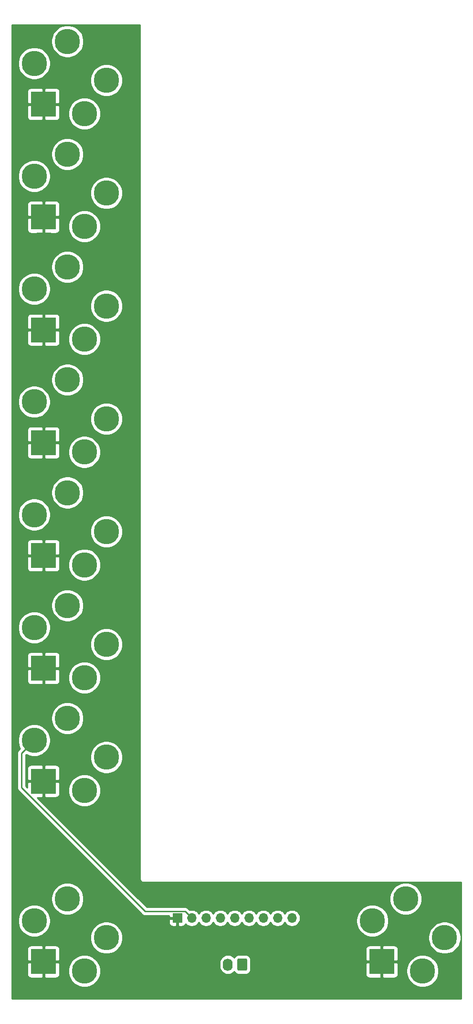
<source format=gbr>
%TF.GenerationSoftware,KiCad,Pcbnew,5.1.6-c6e7f7d~87~ubuntu20.04.1*%
%TF.CreationDate,2020-10-29T23:20:03-04:00*%
%TF.ProjectId,waveshaper-aux,77617665-7368-4617-9065-722d6175782e,rev?*%
%TF.SameCoordinates,Original*%
%TF.FileFunction,Copper,L2,Bot*%
%TF.FilePolarity,Positive*%
%FSLAX46Y46*%
G04 Gerber Fmt 4.6, Leading zero omitted, Abs format (unit mm)*
G04 Created by KiCad (PCBNEW 5.1.6-c6e7f7d~87~ubuntu20.04.1) date 2020-10-29 23:20:03*
%MOMM*%
%LPD*%
G01*
G04 APERTURE LIST*
%TA.AperFunction,ComponentPad*%
%ADD10O,1.740000X2.200000*%
%TD*%
%TA.AperFunction,ComponentPad*%
%ADD11O,1.700000X1.700000*%
%TD*%
%TA.AperFunction,ComponentPad*%
%ADD12R,1.700000X1.700000*%
%TD*%
%TA.AperFunction,ComponentPad*%
%ADD13C,4.500001*%
%TD*%
%TA.AperFunction,ComponentPad*%
%ADD14C,4.500000*%
%TD*%
%TA.AperFunction,ComponentPad*%
%ADD15R,4.500001X4.500001*%
%TD*%
%TA.AperFunction,Conductor*%
%ADD16C,0.250000*%
%TD*%
%TA.AperFunction,Conductor*%
%ADD17C,0.254000*%
%TD*%
G04 APERTURE END LIST*
%TO.P,J12,1*%
%TO.N,/Panel and power/OUT*%
%TA.AperFunction,ComponentPad*%
G36*
G01*
X242370000Y-185399999D02*
X242370000Y-187100001D01*
G75*
G02*
X242120001Y-187350000I-249999J0D01*
G01*
X240879999Y-187350000D01*
G75*
G02*
X240630000Y-187100001I0J249999D01*
G01*
X240630000Y-185399999D01*
G75*
G02*
X240879999Y-185150000I249999J0D01*
G01*
X242120001Y-185150000D01*
G75*
G02*
X242370000Y-185399999I0J-249999D01*
G01*
G37*
%TD.AperFunction*%
D10*
%TO.P,J12,2*%
%TO.N,/Panel and power/IN*%
X238960000Y-186250000D03*
%TD*%
D11*
%TO.P,J14,9*%
%TO.N,/Panel and power/CVIN_-3*%
X250320000Y-178000000D03*
%TO.P,J14,8*%
%TO.N,/Panel and power/CVIN_-2*%
X247780000Y-178000000D03*
%TO.P,J14,7*%
%TO.N,/Panel and power/CVIN_-1*%
X245240000Y-178000000D03*
%TO.P,J14,6*%
%TO.N,/Panel and power/CVIN_0*%
X242700000Y-178000000D03*
%TO.P,J14,5*%
%TO.N,/Panel and power/CVIN_+1*%
X240160000Y-178000000D03*
%TO.P,J14,4*%
%TO.N,/Panel and power/CVIN_+2*%
X237620000Y-178000000D03*
%TO.P,J14,3*%
%TO.N,/Panel and power/CVIN_+3*%
X235080000Y-178000000D03*
%TO.P,J14,2*%
%TO.N,Net-(J14-Pad2)*%
X232540000Y-178000000D03*
D12*
%TO.P,J14,1*%
%TO.N,GND*%
X230000000Y-178000000D03*
%TD*%
D13*
%TO.P,J9,RN*%
%TO.N,N/C*%
X213500000Y-155400000D03*
D14*
%TO.P,J9,TN*%
%TO.N,Net-(J14-Pad2)*%
X204600000Y-146500000D03*
D13*
%TO.P,J9,R*%
%TO.N,N/C*%
X217400000Y-149500000D03*
D15*
%TO.P,J9,S*%
%TO.N,GND*%
X206260000Y-153740000D03*
D14*
%TO.P,J9,T*%
%TO.N,/Panel and power/CVIN_-3*%
X210500000Y-142600000D03*
%TD*%
D13*
%TO.P,J8,RN*%
%TO.N,N/C*%
X213500000Y-135400000D03*
D14*
%TO.P,J8,TN*%
%TO.N,Net-(J14-Pad2)*%
X204600000Y-126500000D03*
D13*
%TO.P,J8,R*%
%TO.N,N/C*%
X217400000Y-129500000D03*
D15*
%TO.P,J8,S*%
%TO.N,GND*%
X206260000Y-133740000D03*
D14*
%TO.P,J8,T*%
%TO.N,/Panel and power/CVIN_-2*%
X210500000Y-122600000D03*
%TD*%
D13*
%TO.P,J7,RN*%
%TO.N,N/C*%
X213500000Y-115400000D03*
D14*
%TO.P,J7,TN*%
%TO.N,Net-(J14-Pad2)*%
X204600000Y-106500000D03*
D13*
%TO.P,J7,R*%
%TO.N,N/C*%
X217400000Y-109500000D03*
D15*
%TO.P,J7,S*%
%TO.N,GND*%
X206260000Y-113740000D03*
D14*
%TO.P,J7,T*%
%TO.N,/Panel and power/CVIN_-1*%
X210500000Y-102600000D03*
%TD*%
D13*
%TO.P,J6,RN*%
%TO.N,N/C*%
X213500000Y-95400000D03*
D14*
%TO.P,J6,TN*%
%TO.N,Net-(J14-Pad2)*%
X204600000Y-86500000D03*
D13*
%TO.P,J6,R*%
%TO.N,N/C*%
X217400000Y-89500000D03*
D15*
%TO.P,J6,S*%
%TO.N,GND*%
X206260000Y-93740000D03*
D14*
%TO.P,J6,T*%
%TO.N,/Panel and power/CVIN_0*%
X210500000Y-82600000D03*
%TD*%
D13*
%TO.P,J5,RN*%
%TO.N,N/C*%
X213500000Y-75400000D03*
D14*
%TO.P,J5,TN*%
%TO.N,Net-(J14-Pad2)*%
X204600000Y-66500000D03*
D13*
%TO.P,J5,R*%
%TO.N,N/C*%
X217400000Y-69500000D03*
D15*
%TO.P,J5,S*%
%TO.N,GND*%
X206260000Y-73740000D03*
D14*
%TO.P,J5,T*%
%TO.N,/Panel and power/CVIN_+1*%
X210500000Y-62600000D03*
%TD*%
D13*
%TO.P,J4,RN*%
%TO.N,N/C*%
X213500000Y-55400000D03*
D14*
%TO.P,J4,TN*%
%TO.N,Net-(J14-Pad2)*%
X204600000Y-46500000D03*
D13*
%TO.P,J4,R*%
%TO.N,N/C*%
X217400000Y-49500000D03*
D15*
%TO.P,J4,S*%
%TO.N,GND*%
X206260000Y-53740000D03*
D14*
%TO.P,J4,T*%
%TO.N,/Panel and power/CVIN_+2*%
X210500000Y-42600000D03*
%TD*%
D13*
%TO.P,J3,RN*%
%TO.N,N/C*%
X213500000Y-35400000D03*
D14*
%TO.P,J3,TN*%
%TO.N,Net-(J14-Pad2)*%
X204600000Y-26500000D03*
D13*
%TO.P,J3,R*%
%TO.N,N/C*%
X217400000Y-29500000D03*
D15*
%TO.P,J3,S*%
%TO.N,GND*%
X206260000Y-33740000D03*
D14*
%TO.P,J3,T*%
%TO.N,/Panel and power/CVIN_+3*%
X210500000Y-22600000D03*
%TD*%
D13*
%TO.P,J2,RN*%
%TO.N,N/C*%
X273500000Y-187400000D03*
D14*
%TO.P,J2,TN*%
%TO.N,Net-(J2-PadTN)*%
X264600000Y-178500000D03*
D13*
%TO.P,J2,R*%
%TO.N,N/C*%
X277400000Y-181500000D03*
D15*
%TO.P,J2,S*%
%TO.N,GND*%
X266260000Y-185740000D03*
D14*
%TO.P,J2,T*%
%TO.N,/Panel and power/OUT*%
X270500000Y-174600000D03*
%TD*%
D13*
%TO.P,J1,RN*%
%TO.N,N/C*%
X213500000Y-187400000D03*
D14*
%TO.P,J1,TN*%
%TO.N,Net-(J1-PadTN)*%
X204600000Y-178500000D03*
D13*
%TO.P,J1,R*%
%TO.N,N/C*%
X217400000Y-181500000D03*
D15*
%TO.P,J1,S*%
%TO.N,GND*%
X206260000Y-185740000D03*
D14*
%TO.P,J1,T*%
%TO.N,/Panel and power/IN*%
X210500000Y-174600000D03*
%TD*%
D16*
%TO.N,Net-(J14-Pad2)*%
X202350001Y-148749999D02*
X204600000Y-146500000D01*
X202350001Y-154915004D02*
X202350001Y-148749999D01*
X224259996Y-176824999D02*
X202350001Y-154915004D01*
X231364999Y-176824999D02*
X224259996Y-176824999D01*
X232540000Y-178000000D02*
X231364999Y-176824999D01*
%TD*%
D17*
%TO.N,GND*%
G36*
X223340001Y-170967570D02*
G01*
X223336807Y-171000000D01*
X223349550Y-171129383D01*
X223387290Y-171253793D01*
X223448575Y-171368450D01*
X223531052Y-171468948D01*
X223631550Y-171551425D01*
X223746207Y-171612710D01*
X223870617Y-171650450D01*
X223967581Y-171660000D01*
X224000000Y-171663193D01*
X224032419Y-171660000D01*
X280340000Y-171660000D01*
X280340001Y-192340000D01*
X200660000Y-192340000D01*
X200660000Y-187990000D01*
X203371928Y-187990000D01*
X203384188Y-188114482D01*
X203420498Y-188234180D01*
X203479463Y-188344494D01*
X203558815Y-188441185D01*
X203655506Y-188520537D01*
X203765820Y-188579502D01*
X203885518Y-188615812D01*
X204010000Y-188628072D01*
X205974250Y-188625000D01*
X206133000Y-188466250D01*
X206133000Y-185867000D01*
X206387000Y-185867000D01*
X206387000Y-188466250D01*
X206545750Y-188625000D01*
X208510000Y-188628072D01*
X208634482Y-188615812D01*
X208754180Y-188579502D01*
X208864494Y-188520537D01*
X208961185Y-188441185D01*
X209040537Y-188344494D01*
X209099502Y-188234180D01*
X209135812Y-188114482D01*
X209148072Y-187990000D01*
X209146705Y-187115852D01*
X210615000Y-187115852D01*
X210615000Y-187684148D01*
X210725869Y-188241523D01*
X210943346Y-188766560D01*
X211259074Y-189239080D01*
X211660920Y-189640926D01*
X212133440Y-189956654D01*
X212658477Y-190174131D01*
X213215852Y-190285000D01*
X213784148Y-190285000D01*
X214341523Y-190174131D01*
X214866560Y-189956654D01*
X215339080Y-189640926D01*
X215740926Y-189239080D01*
X216056654Y-188766560D01*
X216274131Y-188241523D01*
X216385000Y-187684148D01*
X216385000Y-187115852D01*
X216274131Y-186558477D01*
X216056654Y-186033440D01*
X215998272Y-185946064D01*
X237455000Y-185946064D01*
X237455000Y-186553935D01*
X237476776Y-186775031D01*
X237562834Y-187058724D01*
X237702583Y-187320178D01*
X237890655Y-187549345D01*
X238119821Y-187737417D01*
X238381275Y-187877166D01*
X238664968Y-187963224D01*
X238960000Y-187992282D01*
X238983169Y-187990000D01*
X263371928Y-187990000D01*
X263384188Y-188114482D01*
X263420498Y-188234180D01*
X263479463Y-188344494D01*
X263558815Y-188441185D01*
X263655506Y-188520537D01*
X263765820Y-188579502D01*
X263885518Y-188615812D01*
X264010000Y-188628072D01*
X265974250Y-188625000D01*
X266133000Y-188466250D01*
X266133000Y-185867000D01*
X266387000Y-185867000D01*
X266387000Y-188466250D01*
X266545750Y-188625000D01*
X268510000Y-188628072D01*
X268634482Y-188615812D01*
X268754180Y-188579502D01*
X268864494Y-188520537D01*
X268961185Y-188441185D01*
X269040537Y-188344494D01*
X269099502Y-188234180D01*
X269135812Y-188114482D01*
X269148072Y-187990000D01*
X269146705Y-187115852D01*
X270615000Y-187115852D01*
X270615000Y-187684148D01*
X270725869Y-188241523D01*
X270943346Y-188766560D01*
X271259074Y-189239080D01*
X271660920Y-189640926D01*
X272133440Y-189956654D01*
X272658477Y-190174131D01*
X273215852Y-190285000D01*
X273784148Y-190285000D01*
X274341523Y-190174131D01*
X274866560Y-189956654D01*
X275339080Y-189640926D01*
X275740926Y-189239080D01*
X276056654Y-188766560D01*
X276274131Y-188241523D01*
X276385000Y-187684148D01*
X276385000Y-187115852D01*
X276274131Y-186558477D01*
X276056654Y-186033440D01*
X275740926Y-185560920D01*
X275339080Y-185159074D01*
X274866560Y-184843346D01*
X274341523Y-184625869D01*
X273784148Y-184515000D01*
X273215852Y-184515000D01*
X272658477Y-184625869D01*
X272133440Y-184843346D01*
X271660920Y-185159074D01*
X271259074Y-185560920D01*
X270943346Y-186033440D01*
X270725869Y-186558477D01*
X270615000Y-187115852D01*
X269146705Y-187115852D01*
X269145000Y-186025750D01*
X268986250Y-185867000D01*
X266387000Y-185867000D01*
X266133000Y-185867000D01*
X263533750Y-185867000D01*
X263375000Y-186025750D01*
X263371928Y-187990000D01*
X238983169Y-187990000D01*
X239255031Y-187963224D01*
X239538724Y-187877166D01*
X239800178Y-187737417D01*
X240029345Y-187549345D01*
X240083066Y-187483886D01*
X240141595Y-187593387D01*
X240252038Y-187727962D01*
X240386613Y-187838405D01*
X240540149Y-187920472D01*
X240706745Y-187971008D01*
X240879999Y-187988072D01*
X242120001Y-187988072D01*
X242293255Y-187971008D01*
X242459851Y-187920472D01*
X242613387Y-187838405D01*
X242747962Y-187727962D01*
X242858405Y-187593387D01*
X242940472Y-187439851D01*
X242991008Y-187273255D01*
X243008072Y-187100001D01*
X243008072Y-185399999D01*
X242991008Y-185226745D01*
X242940472Y-185060149D01*
X242858405Y-184906613D01*
X242747962Y-184772038D01*
X242613387Y-184661595D01*
X242459851Y-184579528D01*
X242293255Y-184528992D01*
X242120001Y-184511928D01*
X240879999Y-184511928D01*
X240706745Y-184528992D01*
X240540149Y-184579528D01*
X240386613Y-184661595D01*
X240252038Y-184772038D01*
X240141595Y-184906613D01*
X240083066Y-185016114D01*
X240029345Y-184950655D01*
X239800179Y-184762583D01*
X239538725Y-184622834D01*
X239255032Y-184536776D01*
X238960000Y-184507718D01*
X238664969Y-184536776D01*
X238381276Y-184622834D01*
X238119822Y-184762583D01*
X237890655Y-184950655D01*
X237702583Y-185179821D01*
X237562834Y-185441275D01*
X237476776Y-185724968D01*
X237455000Y-185946064D01*
X215998272Y-185946064D01*
X215740926Y-185560920D01*
X215339080Y-185159074D01*
X214866560Y-184843346D01*
X214341523Y-184625869D01*
X213784148Y-184515000D01*
X213215852Y-184515000D01*
X212658477Y-184625869D01*
X212133440Y-184843346D01*
X211660920Y-185159074D01*
X211259074Y-185560920D01*
X210943346Y-186033440D01*
X210725869Y-186558477D01*
X210615000Y-187115852D01*
X209146705Y-187115852D01*
X209145000Y-186025750D01*
X208986250Y-185867000D01*
X206387000Y-185867000D01*
X206133000Y-185867000D01*
X203533750Y-185867000D01*
X203375000Y-186025750D01*
X203371928Y-187990000D01*
X200660000Y-187990000D01*
X200660000Y-183490000D01*
X203371928Y-183490000D01*
X203375000Y-185454250D01*
X203533750Y-185613000D01*
X206133000Y-185613000D01*
X206133000Y-183013750D01*
X206387000Y-183013750D01*
X206387000Y-185613000D01*
X208986250Y-185613000D01*
X209145000Y-185454250D01*
X209148072Y-183490000D01*
X209135812Y-183365518D01*
X209099502Y-183245820D01*
X209040537Y-183135506D01*
X208961185Y-183038815D01*
X208864494Y-182959463D01*
X208754180Y-182900498D01*
X208634482Y-182864188D01*
X208510000Y-182851928D01*
X206545750Y-182855000D01*
X206387000Y-183013750D01*
X206133000Y-183013750D01*
X205974250Y-182855000D01*
X204010000Y-182851928D01*
X203885518Y-182864188D01*
X203765820Y-182900498D01*
X203655506Y-182959463D01*
X203558815Y-183038815D01*
X203479463Y-183135506D01*
X203420498Y-183245820D01*
X203384188Y-183365518D01*
X203371928Y-183490000D01*
X200660000Y-183490000D01*
X200660000Y-178215852D01*
X201715000Y-178215852D01*
X201715000Y-178784148D01*
X201825869Y-179341523D01*
X202043346Y-179866560D01*
X202359074Y-180339080D01*
X202760920Y-180740926D01*
X203233440Y-181056654D01*
X203758477Y-181274131D01*
X204315852Y-181385000D01*
X204884148Y-181385000D01*
X205441523Y-181274131D01*
X205582221Y-181215852D01*
X214515000Y-181215852D01*
X214515000Y-181784148D01*
X214625869Y-182341523D01*
X214843346Y-182866560D01*
X215159074Y-183339080D01*
X215560920Y-183740926D01*
X216033440Y-184056654D01*
X216558477Y-184274131D01*
X217115852Y-184385000D01*
X217684148Y-184385000D01*
X218241523Y-184274131D01*
X218766560Y-184056654D01*
X219239080Y-183740926D01*
X219490006Y-183490000D01*
X263371928Y-183490000D01*
X263375000Y-185454250D01*
X263533750Y-185613000D01*
X266133000Y-185613000D01*
X266133000Y-183013750D01*
X266387000Y-183013750D01*
X266387000Y-185613000D01*
X268986250Y-185613000D01*
X269145000Y-185454250D01*
X269148072Y-183490000D01*
X269135812Y-183365518D01*
X269099502Y-183245820D01*
X269040537Y-183135506D01*
X268961185Y-183038815D01*
X268864494Y-182959463D01*
X268754180Y-182900498D01*
X268634482Y-182864188D01*
X268510000Y-182851928D01*
X266545750Y-182855000D01*
X266387000Y-183013750D01*
X266133000Y-183013750D01*
X265974250Y-182855000D01*
X264010000Y-182851928D01*
X263885518Y-182864188D01*
X263765820Y-182900498D01*
X263655506Y-182959463D01*
X263558815Y-183038815D01*
X263479463Y-183135506D01*
X263420498Y-183245820D01*
X263384188Y-183365518D01*
X263371928Y-183490000D01*
X219490006Y-183490000D01*
X219640926Y-183339080D01*
X219956654Y-182866560D01*
X220174131Y-182341523D01*
X220285000Y-181784148D01*
X220285000Y-181215852D01*
X220174131Y-180658477D01*
X219956654Y-180133440D01*
X219640926Y-179660920D01*
X219239080Y-179259074D01*
X218766560Y-178943346D01*
X218541203Y-178850000D01*
X228511928Y-178850000D01*
X228524188Y-178974482D01*
X228560498Y-179094180D01*
X228619463Y-179204494D01*
X228698815Y-179301185D01*
X228795506Y-179380537D01*
X228905820Y-179439502D01*
X229025518Y-179475812D01*
X229150000Y-179488072D01*
X229714250Y-179485000D01*
X229873000Y-179326250D01*
X229873000Y-178127000D01*
X228673750Y-178127000D01*
X228515000Y-178285750D01*
X228511928Y-178850000D01*
X218541203Y-178850000D01*
X218241523Y-178725869D01*
X217684148Y-178615000D01*
X217115852Y-178615000D01*
X216558477Y-178725869D01*
X216033440Y-178943346D01*
X215560920Y-179259074D01*
X215159074Y-179660920D01*
X214843346Y-180133440D01*
X214625869Y-180658477D01*
X214515000Y-181215852D01*
X205582221Y-181215852D01*
X205966560Y-181056654D01*
X206439080Y-180740926D01*
X206840926Y-180339080D01*
X207156654Y-179866560D01*
X207374131Y-179341523D01*
X207485000Y-178784148D01*
X207485000Y-178215852D01*
X207374131Y-177658477D01*
X207156654Y-177133440D01*
X206840926Y-176660920D01*
X206439080Y-176259074D01*
X205966560Y-175943346D01*
X205441523Y-175725869D01*
X204884148Y-175615000D01*
X204315852Y-175615000D01*
X203758477Y-175725869D01*
X203233440Y-175943346D01*
X202760920Y-176259074D01*
X202359074Y-176660920D01*
X202043346Y-177133440D01*
X201825869Y-177658477D01*
X201715000Y-178215852D01*
X200660000Y-178215852D01*
X200660000Y-174315852D01*
X207615000Y-174315852D01*
X207615000Y-174884148D01*
X207725869Y-175441523D01*
X207943346Y-175966560D01*
X208259074Y-176439080D01*
X208660920Y-176840926D01*
X209133440Y-177156654D01*
X209658477Y-177374131D01*
X210215852Y-177485000D01*
X210784148Y-177485000D01*
X211341523Y-177374131D01*
X211866560Y-177156654D01*
X212339080Y-176840926D01*
X212740926Y-176439080D01*
X213056654Y-175966560D01*
X213274131Y-175441523D01*
X213385000Y-174884148D01*
X213385000Y-174315852D01*
X213274131Y-173758477D01*
X213056654Y-173233440D01*
X212740926Y-172760920D01*
X212339080Y-172359074D01*
X211866560Y-172043346D01*
X211341523Y-171825869D01*
X210784148Y-171715000D01*
X210215852Y-171715000D01*
X209658477Y-171825869D01*
X209133440Y-172043346D01*
X208660920Y-172359074D01*
X208259074Y-172760920D01*
X207943346Y-173233440D01*
X207725869Y-173758477D01*
X207615000Y-174315852D01*
X200660000Y-174315852D01*
X200660000Y-148749999D01*
X201586325Y-148749999D01*
X201590002Y-148787331D01*
X201590001Y-154877681D01*
X201586325Y-154915004D01*
X201590001Y-154952326D01*
X201590001Y-154952336D01*
X201600998Y-155063989D01*
X201644455Y-155207250D01*
X201715027Y-155339280D01*
X201754872Y-155387830D01*
X201810000Y-155455005D01*
X201839004Y-155478808D01*
X223696196Y-177336001D01*
X223719995Y-177365000D01*
X223748993Y-177388798D01*
X223835719Y-177459973D01*
X223890019Y-177488997D01*
X223967749Y-177530545D01*
X224111010Y-177574002D01*
X224222663Y-177584999D01*
X224222672Y-177584999D01*
X224259995Y-177588675D01*
X224297318Y-177584999D01*
X228514296Y-177584999D01*
X228515000Y-177714250D01*
X228673750Y-177873000D01*
X229873000Y-177873000D01*
X229873000Y-177853000D01*
X230127000Y-177853000D01*
X230127000Y-177873000D01*
X230147000Y-177873000D01*
X230147000Y-178127000D01*
X230127000Y-178127000D01*
X230127000Y-179326250D01*
X230285750Y-179485000D01*
X230850000Y-179488072D01*
X230974482Y-179475812D01*
X231094180Y-179439502D01*
X231204494Y-179380537D01*
X231301185Y-179301185D01*
X231380537Y-179204494D01*
X231439502Y-179094180D01*
X231461513Y-179021620D01*
X231593368Y-179153475D01*
X231836589Y-179315990D01*
X232106842Y-179427932D01*
X232393740Y-179485000D01*
X232686260Y-179485000D01*
X232973158Y-179427932D01*
X233243411Y-179315990D01*
X233486632Y-179153475D01*
X233693475Y-178946632D01*
X233810000Y-178772240D01*
X233926525Y-178946632D01*
X234133368Y-179153475D01*
X234376589Y-179315990D01*
X234646842Y-179427932D01*
X234933740Y-179485000D01*
X235226260Y-179485000D01*
X235513158Y-179427932D01*
X235783411Y-179315990D01*
X236026632Y-179153475D01*
X236233475Y-178946632D01*
X236350000Y-178772240D01*
X236466525Y-178946632D01*
X236673368Y-179153475D01*
X236916589Y-179315990D01*
X237186842Y-179427932D01*
X237473740Y-179485000D01*
X237766260Y-179485000D01*
X238053158Y-179427932D01*
X238323411Y-179315990D01*
X238566632Y-179153475D01*
X238773475Y-178946632D01*
X238890000Y-178772240D01*
X239006525Y-178946632D01*
X239213368Y-179153475D01*
X239456589Y-179315990D01*
X239726842Y-179427932D01*
X240013740Y-179485000D01*
X240306260Y-179485000D01*
X240593158Y-179427932D01*
X240863411Y-179315990D01*
X241106632Y-179153475D01*
X241313475Y-178946632D01*
X241430000Y-178772240D01*
X241546525Y-178946632D01*
X241753368Y-179153475D01*
X241996589Y-179315990D01*
X242266842Y-179427932D01*
X242553740Y-179485000D01*
X242846260Y-179485000D01*
X243133158Y-179427932D01*
X243403411Y-179315990D01*
X243646632Y-179153475D01*
X243853475Y-178946632D01*
X243970000Y-178772240D01*
X244086525Y-178946632D01*
X244293368Y-179153475D01*
X244536589Y-179315990D01*
X244806842Y-179427932D01*
X245093740Y-179485000D01*
X245386260Y-179485000D01*
X245673158Y-179427932D01*
X245943411Y-179315990D01*
X246186632Y-179153475D01*
X246393475Y-178946632D01*
X246510000Y-178772240D01*
X246626525Y-178946632D01*
X246833368Y-179153475D01*
X247076589Y-179315990D01*
X247346842Y-179427932D01*
X247633740Y-179485000D01*
X247926260Y-179485000D01*
X248213158Y-179427932D01*
X248483411Y-179315990D01*
X248726632Y-179153475D01*
X248933475Y-178946632D01*
X249050000Y-178772240D01*
X249166525Y-178946632D01*
X249373368Y-179153475D01*
X249616589Y-179315990D01*
X249886842Y-179427932D01*
X250173740Y-179485000D01*
X250466260Y-179485000D01*
X250753158Y-179427932D01*
X251023411Y-179315990D01*
X251266632Y-179153475D01*
X251473475Y-178946632D01*
X251635990Y-178703411D01*
X251747932Y-178433158D01*
X251791157Y-178215852D01*
X261715000Y-178215852D01*
X261715000Y-178784148D01*
X261825869Y-179341523D01*
X262043346Y-179866560D01*
X262359074Y-180339080D01*
X262760920Y-180740926D01*
X263233440Y-181056654D01*
X263758477Y-181274131D01*
X264315852Y-181385000D01*
X264884148Y-181385000D01*
X265441523Y-181274131D01*
X265582221Y-181215852D01*
X274515000Y-181215852D01*
X274515000Y-181784148D01*
X274625869Y-182341523D01*
X274843346Y-182866560D01*
X275159074Y-183339080D01*
X275560920Y-183740926D01*
X276033440Y-184056654D01*
X276558477Y-184274131D01*
X277115852Y-184385000D01*
X277684148Y-184385000D01*
X278241523Y-184274131D01*
X278766560Y-184056654D01*
X279239080Y-183740926D01*
X279640926Y-183339080D01*
X279956654Y-182866560D01*
X280174131Y-182341523D01*
X280285000Y-181784148D01*
X280285000Y-181215852D01*
X280174131Y-180658477D01*
X279956654Y-180133440D01*
X279640926Y-179660920D01*
X279239080Y-179259074D01*
X278766560Y-178943346D01*
X278241523Y-178725869D01*
X277684148Y-178615000D01*
X277115852Y-178615000D01*
X276558477Y-178725869D01*
X276033440Y-178943346D01*
X275560920Y-179259074D01*
X275159074Y-179660920D01*
X274843346Y-180133440D01*
X274625869Y-180658477D01*
X274515000Y-181215852D01*
X265582221Y-181215852D01*
X265966560Y-181056654D01*
X266439080Y-180740926D01*
X266840926Y-180339080D01*
X267156654Y-179866560D01*
X267374131Y-179341523D01*
X267485000Y-178784148D01*
X267485000Y-178215852D01*
X267374131Y-177658477D01*
X267156654Y-177133440D01*
X266840926Y-176660920D01*
X266439080Y-176259074D01*
X265966560Y-175943346D01*
X265441523Y-175725869D01*
X264884148Y-175615000D01*
X264315852Y-175615000D01*
X263758477Y-175725869D01*
X263233440Y-175943346D01*
X262760920Y-176259074D01*
X262359074Y-176660920D01*
X262043346Y-177133440D01*
X261825869Y-177658477D01*
X261715000Y-178215852D01*
X251791157Y-178215852D01*
X251805000Y-178146260D01*
X251805000Y-177853740D01*
X251747932Y-177566842D01*
X251635990Y-177296589D01*
X251473475Y-177053368D01*
X251266632Y-176846525D01*
X251023411Y-176684010D01*
X250753158Y-176572068D01*
X250466260Y-176515000D01*
X250173740Y-176515000D01*
X249886842Y-176572068D01*
X249616589Y-176684010D01*
X249373368Y-176846525D01*
X249166525Y-177053368D01*
X249050000Y-177227760D01*
X248933475Y-177053368D01*
X248726632Y-176846525D01*
X248483411Y-176684010D01*
X248213158Y-176572068D01*
X247926260Y-176515000D01*
X247633740Y-176515000D01*
X247346842Y-176572068D01*
X247076589Y-176684010D01*
X246833368Y-176846525D01*
X246626525Y-177053368D01*
X246510000Y-177227760D01*
X246393475Y-177053368D01*
X246186632Y-176846525D01*
X245943411Y-176684010D01*
X245673158Y-176572068D01*
X245386260Y-176515000D01*
X245093740Y-176515000D01*
X244806842Y-176572068D01*
X244536589Y-176684010D01*
X244293368Y-176846525D01*
X244086525Y-177053368D01*
X243970000Y-177227760D01*
X243853475Y-177053368D01*
X243646632Y-176846525D01*
X243403411Y-176684010D01*
X243133158Y-176572068D01*
X242846260Y-176515000D01*
X242553740Y-176515000D01*
X242266842Y-176572068D01*
X241996589Y-176684010D01*
X241753368Y-176846525D01*
X241546525Y-177053368D01*
X241430000Y-177227760D01*
X241313475Y-177053368D01*
X241106632Y-176846525D01*
X240863411Y-176684010D01*
X240593158Y-176572068D01*
X240306260Y-176515000D01*
X240013740Y-176515000D01*
X239726842Y-176572068D01*
X239456589Y-176684010D01*
X239213368Y-176846525D01*
X239006525Y-177053368D01*
X238890000Y-177227760D01*
X238773475Y-177053368D01*
X238566632Y-176846525D01*
X238323411Y-176684010D01*
X238053158Y-176572068D01*
X237766260Y-176515000D01*
X237473740Y-176515000D01*
X237186842Y-176572068D01*
X236916589Y-176684010D01*
X236673368Y-176846525D01*
X236466525Y-177053368D01*
X236350000Y-177227760D01*
X236233475Y-177053368D01*
X236026632Y-176846525D01*
X235783411Y-176684010D01*
X235513158Y-176572068D01*
X235226260Y-176515000D01*
X234933740Y-176515000D01*
X234646842Y-176572068D01*
X234376589Y-176684010D01*
X234133368Y-176846525D01*
X233926525Y-177053368D01*
X233810000Y-177227760D01*
X233693475Y-177053368D01*
X233486632Y-176846525D01*
X233243411Y-176684010D01*
X232973158Y-176572068D01*
X232686260Y-176515000D01*
X232393740Y-176515000D01*
X232173592Y-176558791D01*
X231928803Y-176314002D01*
X231905000Y-176284998D01*
X231789275Y-176190025D01*
X231657246Y-176119453D01*
X231513985Y-176075996D01*
X231402332Y-176064999D01*
X231402321Y-176064999D01*
X231364999Y-176061323D01*
X231327677Y-176064999D01*
X224574798Y-176064999D01*
X222825651Y-174315852D01*
X267615000Y-174315852D01*
X267615000Y-174884148D01*
X267725869Y-175441523D01*
X267943346Y-175966560D01*
X268259074Y-176439080D01*
X268660920Y-176840926D01*
X269133440Y-177156654D01*
X269658477Y-177374131D01*
X270215852Y-177485000D01*
X270784148Y-177485000D01*
X271341523Y-177374131D01*
X271866560Y-177156654D01*
X272339080Y-176840926D01*
X272740926Y-176439080D01*
X273056654Y-175966560D01*
X273274131Y-175441523D01*
X273385000Y-174884148D01*
X273385000Y-174315852D01*
X273274131Y-173758477D01*
X273056654Y-173233440D01*
X272740926Y-172760920D01*
X272339080Y-172359074D01*
X271866560Y-172043346D01*
X271341523Y-171825869D01*
X270784148Y-171715000D01*
X270215852Y-171715000D01*
X269658477Y-171825869D01*
X269133440Y-172043346D01*
X268660920Y-172359074D01*
X268259074Y-172760920D01*
X267943346Y-173233440D01*
X267725869Y-173758477D01*
X267615000Y-174315852D01*
X222825651Y-174315852D01*
X205136109Y-156626311D01*
X205974250Y-156625000D01*
X206133000Y-156466250D01*
X206133000Y-153867000D01*
X206387000Y-153867000D01*
X206387000Y-156466250D01*
X206545750Y-156625000D01*
X208510000Y-156628072D01*
X208634482Y-156615812D01*
X208754180Y-156579502D01*
X208864494Y-156520537D01*
X208961185Y-156441185D01*
X209040537Y-156344494D01*
X209099502Y-156234180D01*
X209135812Y-156114482D01*
X209148072Y-155990000D01*
X209146705Y-155115852D01*
X210615000Y-155115852D01*
X210615000Y-155684148D01*
X210725869Y-156241523D01*
X210943346Y-156766560D01*
X211259074Y-157239080D01*
X211660920Y-157640926D01*
X212133440Y-157956654D01*
X212658477Y-158174131D01*
X213215852Y-158285000D01*
X213784148Y-158285000D01*
X214341523Y-158174131D01*
X214866560Y-157956654D01*
X215339080Y-157640926D01*
X215740926Y-157239080D01*
X216056654Y-156766560D01*
X216274131Y-156241523D01*
X216385000Y-155684148D01*
X216385000Y-155115852D01*
X216274131Y-154558477D01*
X216056654Y-154033440D01*
X215740926Y-153560920D01*
X215339080Y-153159074D01*
X214866560Y-152843346D01*
X214341523Y-152625869D01*
X213784148Y-152515000D01*
X213215852Y-152515000D01*
X212658477Y-152625869D01*
X212133440Y-152843346D01*
X211660920Y-153159074D01*
X211259074Y-153560920D01*
X210943346Y-154033440D01*
X210725869Y-154558477D01*
X210615000Y-155115852D01*
X209146705Y-155115852D01*
X209145000Y-154025750D01*
X208986250Y-153867000D01*
X206387000Y-153867000D01*
X206133000Y-153867000D01*
X203533750Y-153867000D01*
X203375000Y-154025750D01*
X203373689Y-154863891D01*
X203110001Y-154600203D01*
X203110001Y-151490000D01*
X203371928Y-151490000D01*
X203375000Y-153454250D01*
X203533750Y-153613000D01*
X206133000Y-153613000D01*
X206133000Y-151013750D01*
X206387000Y-151013750D01*
X206387000Y-153613000D01*
X208986250Y-153613000D01*
X209145000Y-153454250D01*
X209148072Y-151490000D01*
X209135812Y-151365518D01*
X209099502Y-151245820D01*
X209040537Y-151135506D01*
X208961185Y-151038815D01*
X208864494Y-150959463D01*
X208754180Y-150900498D01*
X208634482Y-150864188D01*
X208510000Y-150851928D01*
X206545750Y-150855000D01*
X206387000Y-151013750D01*
X206133000Y-151013750D01*
X205974250Y-150855000D01*
X204010000Y-150851928D01*
X203885518Y-150864188D01*
X203765820Y-150900498D01*
X203655506Y-150959463D01*
X203558815Y-151038815D01*
X203479463Y-151135506D01*
X203420498Y-151245820D01*
X203384188Y-151365518D01*
X203371928Y-151490000D01*
X203110001Y-151490000D01*
X203110001Y-149064800D01*
X203164327Y-149010474D01*
X203233440Y-149056654D01*
X203758477Y-149274131D01*
X204315852Y-149385000D01*
X204884148Y-149385000D01*
X205441523Y-149274131D01*
X205582221Y-149215852D01*
X214515000Y-149215852D01*
X214515000Y-149784148D01*
X214625869Y-150341523D01*
X214843346Y-150866560D01*
X215159074Y-151339080D01*
X215560920Y-151740926D01*
X216033440Y-152056654D01*
X216558477Y-152274131D01*
X217115852Y-152385000D01*
X217684148Y-152385000D01*
X218241523Y-152274131D01*
X218766560Y-152056654D01*
X219239080Y-151740926D01*
X219640926Y-151339080D01*
X219956654Y-150866560D01*
X220174131Y-150341523D01*
X220285000Y-149784148D01*
X220285000Y-149215852D01*
X220174131Y-148658477D01*
X219956654Y-148133440D01*
X219640926Y-147660920D01*
X219239080Y-147259074D01*
X218766560Y-146943346D01*
X218241523Y-146725869D01*
X217684148Y-146615000D01*
X217115852Y-146615000D01*
X216558477Y-146725869D01*
X216033440Y-146943346D01*
X215560920Y-147259074D01*
X215159074Y-147660920D01*
X214843346Y-148133440D01*
X214625869Y-148658477D01*
X214515000Y-149215852D01*
X205582221Y-149215852D01*
X205966560Y-149056654D01*
X206439080Y-148740926D01*
X206840926Y-148339080D01*
X207156654Y-147866560D01*
X207374131Y-147341523D01*
X207485000Y-146784148D01*
X207485000Y-146215852D01*
X207374131Y-145658477D01*
X207156654Y-145133440D01*
X206840926Y-144660920D01*
X206439080Y-144259074D01*
X205966560Y-143943346D01*
X205441523Y-143725869D01*
X204884148Y-143615000D01*
X204315852Y-143615000D01*
X203758477Y-143725869D01*
X203233440Y-143943346D01*
X202760920Y-144259074D01*
X202359074Y-144660920D01*
X202043346Y-145133440D01*
X201825869Y-145658477D01*
X201715000Y-146215852D01*
X201715000Y-146784148D01*
X201825869Y-147341523D01*
X202043346Y-147866560D01*
X202089526Y-147935673D01*
X201838999Y-148186200D01*
X201810001Y-148209998D01*
X201786203Y-148238996D01*
X201786202Y-148238997D01*
X201715027Y-148325723D01*
X201644455Y-148457753D01*
X201600999Y-148601014D01*
X201586325Y-148749999D01*
X200660000Y-148749999D01*
X200660000Y-142315852D01*
X207615000Y-142315852D01*
X207615000Y-142884148D01*
X207725869Y-143441523D01*
X207943346Y-143966560D01*
X208259074Y-144439080D01*
X208660920Y-144840926D01*
X209133440Y-145156654D01*
X209658477Y-145374131D01*
X210215852Y-145485000D01*
X210784148Y-145485000D01*
X211341523Y-145374131D01*
X211866560Y-145156654D01*
X212339080Y-144840926D01*
X212740926Y-144439080D01*
X213056654Y-143966560D01*
X213274131Y-143441523D01*
X213385000Y-142884148D01*
X213385000Y-142315852D01*
X213274131Y-141758477D01*
X213056654Y-141233440D01*
X212740926Y-140760920D01*
X212339080Y-140359074D01*
X211866560Y-140043346D01*
X211341523Y-139825869D01*
X210784148Y-139715000D01*
X210215852Y-139715000D01*
X209658477Y-139825869D01*
X209133440Y-140043346D01*
X208660920Y-140359074D01*
X208259074Y-140760920D01*
X207943346Y-141233440D01*
X207725869Y-141758477D01*
X207615000Y-142315852D01*
X200660000Y-142315852D01*
X200660000Y-135990000D01*
X203371928Y-135990000D01*
X203384188Y-136114482D01*
X203420498Y-136234180D01*
X203479463Y-136344494D01*
X203558815Y-136441185D01*
X203655506Y-136520537D01*
X203765820Y-136579502D01*
X203885518Y-136615812D01*
X204010000Y-136628072D01*
X205974250Y-136625000D01*
X206133000Y-136466250D01*
X206133000Y-133867000D01*
X206387000Y-133867000D01*
X206387000Y-136466250D01*
X206545750Y-136625000D01*
X208510000Y-136628072D01*
X208634482Y-136615812D01*
X208754180Y-136579502D01*
X208864494Y-136520537D01*
X208961185Y-136441185D01*
X209040537Y-136344494D01*
X209099502Y-136234180D01*
X209135812Y-136114482D01*
X209148072Y-135990000D01*
X209146705Y-135115852D01*
X210615000Y-135115852D01*
X210615000Y-135684148D01*
X210725869Y-136241523D01*
X210943346Y-136766560D01*
X211259074Y-137239080D01*
X211660920Y-137640926D01*
X212133440Y-137956654D01*
X212658477Y-138174131D01*
X213215852Y-138285000D01*
X213784148Y-138285000D01*
X214341523Y-138174131D01*
X214866560Y-137956654D01*
X215339080Y-137640926D01*
X215740926Y-137239080D01*
X216056654Y-136766560D01*
X216274131Y-136241523D01*
X216385000Y-135684148D01*
X216385000Y-135115852D01*
X216274131Y-134558477D01*
X216056654Y-134033440D01*
X215740926Y-133560920D01*
X215339080Y-133159074D01*
X214866560Y-132843346D01*
X214341523Y-132625869D01*
X213784148Y-132515000D01*
X213215852Y-132515000D01*
X212658477Y-132625869D01*
X212133440Y-132843346D01*
X211660920Y-133159074D01*
X211259074Y-133560920D01*
X210943346Y-134033440D01*
X210725869Y-134558477D01*
X210615000Y-135115852D01*
X209146705Y-135115852D01*
X209145000Y-134025750D01*
X208986250Y-133867000D01*
X206387000Y-133867000D01*
X206133000Y-133867000D01*
X203533750Y-133867000D01*
X203375000Y-134025750D01*
X203371928Y-135990000D01*
X200660000Y-135990000D01*
X200660000Y-131490000D01*
X203371928Y-131490000D01*
X203375000Y-133454250D01*
X203533750Y-133613000D01*
X206133000Y-133613000D01*
X206133000Y-131013750D01*
X206387000Y-131013750D01*
X206387000Y-133613000D01*
X208986250Y-133613000D01*
X209145000Y-133454250D01*
X209148072Y-131490000D01*
X209135812Y-131365518D01*
X209099502Y-131245820D01*
X209040537Y-131135506D01*
X208961185Y-131038815D01*
X208864494Y-130959463D01*
X208754180Y-130900498D01*
X208634482Y-130864188D01*
X208510000Y-130851928D01*
X206545750Y-130855000D01*
X206387000Y-131013750D01*
X206133000Y-131013750D01*
X205974250Y-130855000D01*
X204010000Y-130851928D01*
X203885518Y-130864188D01*
X203765820Y-130900498D01*
X203655506Y-130959463D01*
X203558815Y-131038815D01*
X203479463Y-131135506D01*
X203420498Y-131245820D01*
X203384188Y-131365518D01*
X203371928Y-131490000D01*
X200660000Y-131490000D01*
X200660000Y-126215852D01*
X201715000Y-126215852D01*
X201715000Y-126784148D01*
X201825869Y-127341523D01*
X202043346Y-127866560D01*
X202359074Y-128339080D01*
X202760920Y-128740926D01*
X203233440Y-129056654D01*
X203758477Y-129274131D01*
X204315852Y-129385000D01*
X204884148Y-129385000D01*
X205441523Y-129274131D01*
X205582221Y-129215852D01*
X214515000Y-129215852D01*
X214515000Y-129784148D01*
X214625869Y-130341523D01*
X214843346Y-130866560D01*
X215159074Y-131339080D01*
X215560920Y-131740926D01*
X216033440Y-132056654D01*
X216558477Y-132274131D01*
X217115852Y-132385000D01*
X217684148Y-132385000D01*
X218241523Y-132274131D01*
X218766560Y-132056654D01*
X219239080Y-131740926D01*
X219640926Y-131339080D01*
X219956654Y-130866560D01*
X220174131Y-130341523D01*
X220285000Y-129784148D01*
X220285000Y-129215852D01*
X220174131Y-128658477D01*
X219956654Y-128133440D01*
X219640926Y-127660920D01*
X219239080Y-127259074D01*
X218766560Y-126943346D01*
X218241523Y-126725869D01*
X217684148Y-126615000D01*
X217115852Y-126615000D01*
X216558477Y-126725869D01*
X216033440Y-126943346D01*
X215560920Y-127259074D01*
X215159074Y-127660920D01*
X214843346Y-128133440D01*
X214625869Y-128658477D01*
X214515000Y-129215852D01*
X205582221Y-129215852D01*
X205966560Y-129056654D01*
X206439080Y-128740926D01*
X206840926Y-128339080D01*
X207156654Y-127866560D01*
X207374131Y-127341523D01*
X207485000Y-126784148D01*
X207485000Y-126215852D01*
X207374131Y-125658477D01*
X207156654Y-125133440D01*
X206840926Y-124660920D01*
X206439080Y-124259074D01*
X205966560Y-123943346D01*
X205441523Y-123725869D01*
X204884148Y-123615000D01*
X204315852Y-123615000D01*
X203758477Y-123725869D01*
X203233440Y-123943346D01*
X202760920Y-124259074D01*
X202359074Y-124660920D01*
X202043346Y-125133440D01*
X201825869Y-125658477D01*
X201715000Y-126215852D01*
X200660000Y-126215852D01*
X200660000Y-122315852D01*
X207615000Y-122315852D01*
X207615000Y-122884148D01*
X207725869Y-123441523D01*
X207943346Y-123966560D01*
X208259074Y-124439080D01*
X208660920Y-124840926D01*
X209133440Y-125156654D01*
X209658477Y-125374131D01*
X210215852Y-125485000D01*
X210784148Y-125485000D01*
X211341523Y-125374131D01*
X211866560Y-125156654D01*
X212339080Y-124840926D01*
X212740926Y-124439080D01*
X213056654Y-123966560D01*
X213274131Y-123441523D01*
X213385000Y-122884148D01*
X213385000Y-122315852D01*
X213274131Y-121758477D01*
X213056654Y-121233440D01*
X212740926Y-120760920D01*
X212339080Y-120359074D01*
X211866560Y-120043346D01*
X211341523Y-119825869D01*
X210784148Y-119715000D01*
X210215852Y-119715000D01*
X209658477Y-119825869D01*
X209133440Y-120043346D01*
X208660920Y-120359074D01*
X208259074Y-120760920D01*
X207943346Y-121233440D01*
X207725869Y-121758477D01*
X207615000Y-122315852D01*
X200660000Y-122315852D01*
X200660000Y-115990000D01*
X203371928Y-115990000D01*
X203384188Y-116114482D01*
X203420498Y-116234180D01*
X203479463Y-116344494D01*
X203558815Y-116441185D01*
X203655506Y-116520537D01*
X203765820Y-116579502D01*
X203885518Y-116615812D01*
X204010000Y-116628072D01*
X205974250Y-116625000D01*
X206133000Y-116466250D01*
X206133000Y-113867000D01*
X206387000Y-113867000D01*
X206387000Y-116466250D01*
X206545750Y-116625000D01*
X208510000Y-116628072D01*
X208634482Y-116615812D01*
X208754180Y-116579502D01*
X208864494Y-116520537D01*
X208961185Y-116441185D01*
X209040537Y-116344494D01*
X209099502Y-116234180D01*
X209135812Y-116114482D01*
X209148072Y-115990000D01*
X209146705Y-115115852D01*
X210615000Y-115115852D01*
X210615000Y-115684148D01*
X210725869Y-116241523D01*
X210943346Y-116766560D01*
X211259074Y-117239080D01*
X211660920Y-117640926D01*
X212133440Y-117956654D01*
X212658477Y-118174131D01*
X213215852Y-118285000D01*
X213784148Y-118285000D01*
X214341523Y-118174131D01*
X214866560Y-117956654D01*
X215339080Y-117640926D01*
X215740926Y-117239080D01*
X216056654Y-116766560D01*
X216274131Y-116241523D01*
X216385000Y-115684148D01*
X216385000Y-115115852D01*
X216274131Y-114558477D01*
X216056654Y-114033440D01*
X215740926Y-113560920D01*
X215339080Y-113159074D01*
X214866560Y-112843346D01*
X214341523Y-112625869D01*
X213784148Y-112515000D01*
X213215852Y-112515000D01*
X212658477Y-112625869D01*
X212133440Y-112843346D01*
X211660920Y-113159074D01*
X211259074Y-113560920D01*
X210943346Y-114033440D01*
X210725869Y-114558477D01*
X210615000Y-115115852D01*
X209146705Y-115115852D01*
X209145000Y-114025750D01*
X208986250Y-113867000D01*
X206387000Y-113867000D01*
X206133000Y-113867000D01*
X203533750Y-113867000D01*
X203375000Y-114025750D01*
X203371928Y-115990000D01*
X200660000Y-115990000D01*
X200660000Y-111490000D01*
X203371928Y-111490000D01*
X203375000Y-113454250D01*
X203533750Y-113613000D01*
X206133000Y-113613000D01*
X206133000Y-111013750D01*
X206387000Y-111013750D01*
X206387000Y-113613000D01*
X208986250Y-113613000D01*
X209145000Y-113454250D01*
X209148072Y-111490000D01*
X209135812Y-111365518D01*
X209099502Y-111245820D01*
X209040537Y-111135506D01*
X208961185Y-111038815D01*
X208864494Y-110959463D01*
X208754180Y-110900498D01*
X208634482Y-110864188D01*
X208510000Y-110851928D01*
X206545750Y-110855000D01*
X206387000Y-111013750D01*
X206133000Y-111013750D01*
X205974250Y-110855000D01*
X204010000Y-110851928D01*
X203885518Y-110864188D01*
X203765820Y-110900498D01*
X203655506Y-110959463D01*
X203558815Y-111038815D01*
X203479463Y-111135506D01*
X203420498Y-111245820D01*
X203384188Y-111365518D01*
X203371928Y-111490000D01*
X200660000Y-111490000D01*
X200660000Y-106215852D01*
X201715000Y-106215852D01*
X201715000Y-106784148D01*
X201825869Y-107341523D01*
X202043346Y-107866560D01*
X202359074Y-108339080D01*
X202760920Y-108740926D01*
X203233440Y-109056654D01*
X203758477Y-109274131D01*
X204315852Y-109385000D01*
X204884148Y-109385000D01*
X205441523Y-109274131D01*
X205582221Y-109215852D01*
X214515000Y-109215852D01*
X214515000Y-109784148D01*
X214625869Y-110341523D01*
X214843346Y-110866560D01*
X215159074Y-111339080D01*
X215560920Y-111740926D01*
X216033440Y-112056654D01*
X216558477Y-112274131D01*
X217115852Y-112385000D01*
X217684148Y-112385000D01*
X218241523Y-112274131D01*
X218766560Y-112056654D01*
X219239080Y-111740926D01*
X219640926Y-111339080D01*
X219956654Y-110866560D01*
X220174131Y-110341523D01*
X220285000Y-109784148D01*
X220285000Y-109215852D01*
X220174131Y-108658477D01*
X219956654Y-108133440D01*
X219640926Y-107660920D01*
X219239080Y-107259074D01*
X218766560Y-106943346D01*
X218241523Y-106725869D01*
X217684148Y-106615000D01*
X217115852Y-106615000D01*
X216558477Y-106725869D01*
X216033440Y-106943346D01*
X215560920Y-107259074D01*
X215159074Y-107660920D01*
X214843346Y-108133440D01*
X214625869Y-108658477D01*
X214515000Y-109215852D01*
X205582221Y-109215852D01*
X205966560Y-109056654D01*
X206439080Y-108740926D01*
X206840926Y-108339080D01*
X207156654Y-107866560D01*
X207374131Y-107341523D01*
X207485000Y-106784148D01*
X207485000Y-106215852D01*
X207374131Y-105658477D01*
X207156654Y-105133440D01*
X206840926Y-104660920D01*
X206439080Y-104259074D01*
X205966560Y-103943346D01*
X205441523Y-103725869D01*
X204884148Y-103615000D01*
X204315852Y-103615000D01*
X203758477Y-103725869D01*
X203233440Y-103943346D01*
X202760920Y-104259074D01*
X202359074Y-104660920D01*
X202043346Y-105133440D01*
X201825869Y-105658477D01*
X201715000Y-106215852D01*
X200660000Y-106215852D01*
X200660000Y-102315852D01*
X207615000Y-102315852D01*
X207615000Y-102884148D01*
X207725869Y-103441523D01*
X207943346Y-103966560D01*
X208259074Y-104439080D01*
X208660920Y-104840926D01*
X209133440Y-105156654D01*
X209658477Y-105374131D01*
X210215852Y-105485000D01*
X210784148Y-105485000D01*
X211341523Y-105374131D01*
X211866560Y-105156654D01*
X212339080Y-104840926D01*
X212740926Y-104439080D01*
X213056654Y-103966560D01*
X213274131Y-103441523D01*
X213385000Y-102884148D01*
X213385000Y-102315852D01*
X213274131Y-101758477D01*
X213056654Y-101233440D01*
X212740926Y-100760920D01*
X212339080Y-100359074D01*
X211866560Y-100043346D01*
X211341523Y-99825869D01*
X210784148Y-99715000D01*
X210215852Y-99715000D01*
X209658477Y-99825869D01*
X209133440Y-100043346D01*
X208660920Y-100359074D01*
X208259074Y-100760920D01*
X207943346Y-101233440D01*
X207725869Y-101758477D01*
X207615000Y-102315852D01*
X200660000Y-102315852D01*
X200660000Y-95990000D01*
X203371928Y-95990000D01*
X203384188Y-96114482D01*
X203420498Y-96234180D01*
X203479463Y-96344494D01*
X203558815Y-96441185D01*
X203655506Y-96520537D01*
X203765820Y-96579502D01*
X203885518Y-96615812D01*
X204010000Y-96628072D01*
X205974250Y-96625000D01*
X206133000Y-96466250D01*
X206133000Y-93867000D01*
X206387000Y-93867000D01*
X206387000Y-96466250D01*
X206545750Y-96625000D01*
X208510000Y-96628072D01*
X208634482Y-96615812D01*
X208754180Y-96579502D01*
X208864494Y-96520537D01*
X208961185Y-96441185D01*
X209040537Y-96344494D01*
X209099502Y-96234180D01*
X209135812Y-96114482D01*
X209148072Y-95990000D01*
X209146705Y-95115852D01*
X210615000Y-95115852D01*
X210615000Y-95684148D01*
X210725869Y-96241523D01*
X210943346Y-96766560D01*
X211259074Y-97239080D01*
X211660920Y-97640926D01*
X212133440Y-97956654D01*
X212658477Y-98174131D01*
X213215852Y-98285000D01*
X213784148Y-98285000D01*
X214341523Y-98174131D01*
X214866560Y-97956654D01*
X215339080Y-97640926D01*
X215740926Y-97239080D01*
X216056654Y-96766560D01*
X216274131Y-96241523D01*
X216385000Y-95684148D01*
X216385000Y-95115852D01*
X216274131Y-94558477D01*
X216056654Y-94033440D01*
X215740926Y-93560920D01*
X215339080Y-93159074D01*
X214866560Y-92843346D01*
X214341523Y-92625869D01*
X213784148Y-92515000D01*
X213215852Y-92515000D01*
X212658477Y-92625869D01*
X212133440Y-92843346D01*
X211660920Y-93159074D01*
X211259074Y-93560920D01*
X210943346Y-94033440D01*
X210725869Y-94558477D01*
X210615000Y-95115852D01*
X209146705Y-95115852D01*
X209145000Y-94025750D01*
X208986250Y-93867000D01*
X206387000Y-93867000D01*
X206133000Y-93867000D01*
X203533750Y-93867000D01*
X203375000Y-94025750D01*
X203371928Y-95990000D01*
X200660000Y-95990000D01*
X200660000Y-91490000D01*
X203371928Y-91490000D01*
X203375000Y-93454250D01*
X203533750Y-93613000D01*
X206133000Y-93613000D01*
X206133000Y-91013750D01*
X206387000Y-91013750D01*
X206387000Y-93613000D01*
X208986250Y-93613000D01*
X209145000Y-93454250D01*
X209148072Y-91490000D01*
X209135812Y-91365518D01*
X209099502Y-91245820D01*
X209040537Y-91135506D01*
X208961185Y-91038815D01*
X208864494Y-90959463D01*
X208754180Y-90900498D01*
X208634482Y-90864188D01*
X208510000Y-90851928D01*
X206545750Y-90855000D01*
X206387000Y-91013750D01*
X206133000Y-91013750D01*
X205974250Y-90855000D01*
X204010000Y-90851928D01*
X203885518Y-90864188D01*
X203765820Y-90900498D01*
X203655506Y-90959463D01*
X203558815Y-91038815D01*
X203479463Y-91135506D01*
X203420498Y-91245820D01*
X203384188Y-91365518D01*
X203371928Y-91490000D01*
X200660000Y-91490000D01*
X200660000Y-86215852D01*
X201715000Y-86215852D01*
X201715000Y-86784148D01*
X201825869Y-87341523D01*
X202043346Y-87866560D01*
X202359074Y-88339080D01*
X202760920Y-88740926D01*
X203233440Y-89056654D01*
X203758477Y-89274131D01*
X204315852Y-89385000D01*
X204884148Y-89385000D01*
X205441523Y-89274131D01*
X205582221Y-89215852D01*
X214515000Y-89215852D01*
X214515000Y-89784148D01*
X214625869Y-90341523D01*
X214843346Y-90866560D01*
X215159074Y-91339080D01*
X215560920Y-91740926D01*
X216033440Y-92056654D01*
X216558477Y-92274131D01*
X217115852Y-92385000D01*
X217684148Y-92385000D01*
X218241523Y-92274131D01*
X218766560Y-92056654D01*
X219239080Y-91740926D01*
X219640926Y-91339080D01*
X219956654Y-90866560D01*
X220174131Y-90341523D01*
X220285000Y-89784148D01*
X220285000Y-89215852D01*
X220174131Y-88658477D01*
X219956654Y-88133440D01*
X219640926Y-87660920D01*
X219239080Y-87259074D01*
X218766560Y-86943346D01*
X218241523Y-86725869D01*
X217684148Y-86615000D01*
X217115852Y-86615000D01*
X216558477Y-86725869D01*
X216033440Y-86943346D01*
X215560920Y-87259074D01*
X215159074Y-87660920D01*
X214843346Y-88133440D01*
X214625869Y-88658477D01*
X214515000Y-89215852D01*
X205582221Y-89215852D01*
X205966560Y-89056654D01*
X206439080Y-88740926D01*
X206840926Y-88339080D01*
X207156654Y-87866560D01*
X207374131Y-87341523D01*
X207485000Y-86784148D01*
X207485000Y-86215852D01*
X207374131Y-85658477D01*
X207156654Y-85133440D01*
X206840926Y-84660920D01*
X206439080Y-84259074D01*
X205966560Y-83943346D01*
X205441523Y-83725869D01*
X204884148Y-83615000D01*
X204315852Y-83615000D01*
X203758477Y-83725869D01*
X203233440Y-83943346D01*
X202760920Y-84259074D01*
X202359074Y-84660920D01*
X202043346Y-85133440D01*
X201825869Y-85658477D01*
X201715000Y-86215852D01*
X200660000Y-86215852D01*
X200660000Y-82315852D01*
X207615000Y-82315852D01*
X207615000Y-82884148D01*
X207725869Y-83441523D01*
X207943346Y-83966560D01*
X208259074Y-84439080D01*
X208660920Y-84840926D01*
X209133440Y-85156654D01*
X209658477Y-85374131D01*
X210215852Y-85485000D01*
X210784148Y-85485000D01*
X211341523Y-85374131D01*
X211866560Y-85156654D01*
X212339080Y-84840926D01*
X212740926Y-84439080D01*
X213056654Y-83966560D01*
X213274131Y-83441523D01*
X213385000Y-82884148D01*
X213385000Y-82315852D01*
X213274131Y-81758477D01*
X213056654Y-81233440D01*
X212740926Y-80760920D01*
X212339080Y-80359074D01*
X211866560Y-80043346D01*
X211341523Y-79825869D01*
X210784148Y-79715000D01*
X210215852Y-79715000D01*
X209658477Y-79825869D01*
X209133440Y-80043346D01*
X208660920Y-80359074D01*
X208259074Y-80760920D01*
X207943346Y-81233440D01*
X207725869Y-81758477D01*
X207615000Y-82315852D01*
X200660000Y-82315852D01*
X200660000Y-75990000D01*
X203371928Y-75990000D01*
X203384188Y-76114482D01*
X203420498Y-76234180D01*
X203479463Y-76344494D01*
X203558815Y-76441185D01*
X203655506Y-76520537D01*
X203765820Y-76579502D01*
X203885518Y-76615812D01*
X204010000Y-76628072D01*
X205974250Y-76625000D01*
X206133000Y-76466250D01*
X206133000Y-73867000D01*
X206387000Y-73867000D01*
X206387000Y-76466250D01*
X206545750Y-76625000D01*
X208510000Y-76628072D01*
X208634482Y-76615812D01*
X208754180Y-76579502D01*
X208864494Y-76520537D01*
X208961185Y-76441185D01*
X209040537Y-76344494D01*
X209099502Y-76234180D01*
X209135812Y-76114482D01*
X209148072Y-75990000D01*
X209146705Y-75115852D01*
X210615000Y-75115852D01*
X210615000Y-75684148D01*
X210725869Y-76241523D01*
X210943346Y-76766560D01*
X211259074Y-77239080D01*
X211660920Y-77640926D01*
X212133440Y-77956654D01*
X212658477Y-78174131D01*
X213215852Y-78285000D01*
X213784148Y-78285000D01*
X214341523Y-78174131D01*
X214866560Y-77956654D01*
X215339080Y-77640926D01*
X215740926Y-77239080D01*
X216056654Y-76766560D01*
X216274131Y-76241523D01*
X216385000Y-75684148D01*
X216385000Y-75115852D01*
X216274131Y-74558477D01*
X216056654Y-74033440D01*
X215740926Y-73560920D01*
X215339080Y-73159074D01*
X214866560Y-72843346D01*
X214341523Y-72625869D01*
X213784148Y-72515000D01*
X213215852Y-72515000D01*
X212658477Y-72625869D01*
X212133440Y-72843346D01*
X211660920Y-73159074D01*
X211259074Y-73560920D01*
X210943346Y-74033440D01*
X210725869Y-74558477D01*
X210615000Y-75115852D01*
X209146705Y-75115852D01*
X209145000Y-74025750D01*
X208986250Y-73867000D01*
X206387000Y-73867000D01*
X206133000Y-73867000D01*
X203533750Y-73867000D01*
X203375000Y-74025750D01*
X203371928Y-75990000D01*
X200660000Y-75990000D01*
X200660000Y-71490000D01*
X203371928Y-71490000D01*
X203375000Y-73454250D01*
X203533750Y-73613000D01*
X206133000Y-73613000D01*
X206133000Y-71013750D01*
X206387000Y-71013750D01*
X206387000Y-73613000D01*
X208986250Y-73613000D01*
X209145000Y-73454250D01*
X209148072Y-71490000D01*
X209135812Y-71365518D01*
X209099502Y-71245820D01*
X209040537Y-71135506D01*
X208961185Y-71038815D01*
X208864494Y-70959463D01*
X208754180Y-70900498D01*
X208634482Y-70864188D01*
X208510000Y-70851928D01*
X206545750Y-70855000D01*
X206387000Y-71013750D01*
X206133000Y-71013750D01*
X205974250Y-70855000D01*
X204010000Y-70851928D01*
X203885518Y-70864188D01*
X203765820Y-70900498D01*
X203655506Y-70959463D01*
X203558815Y-71038815D01*
X203479463Y-71135506D01*
X203420498Y-71245820D01*
X203384188Y-71365518D01*
X203371928Y-71490000D01*
X200660000Y-71490000D01*
X200660000Y-66215852D01*
X201715000Y-66215852D01*
X201715000Y-66784148D01*
X201825869Y-67341523D01*
X202043346Y-67866560D01*
X202359074Y-68339080D01*
X202760920Y-68740926D01*
X203233440Y-69056654D01*
X203758477Y-69274131D01*
X204315852Y-69385000D01*
X204884148Y-69385000D01*
X205441523Y-69274131D01*
X205582221Y-69215852D01*
X214515000Y-69215852D01*
X214515000Y-69784148D01*
X214625869Y-70341523D01*
X214843346Y-70866560D01*
X215159074Y-71339080D01*
X215560920Y-71740926D01*
X216033440Y-72056654D01*
X216558477Y-72274131D01*
X217115852Y-72385000D01*
X217684148Y-72385000D01*
X218241523Y-72274131D01*
X218766560Y-72056654D01*
X219239080Y-71740926D01*
X219640926Y-71339080D01*
X219956654Y-70866560D01*
X220174131Y-70341523D01*
X220285000Y-69784148D01*
X220285000Y-69215852D01*
X220174131Y-68658477D01*
X219956654Y-68133440D01*
X219640926Y-67660920D01*
X219239080Y-67259074D01*
X218766560Y-66943346D01*
X218241523Y-66725869D01*
X217684148Y-66615000D01*
X217115852Y-66615000D01*
X216558477Y-66725869D01*
X216033440Y-66943346D01*
X215560920Y-67259074D01*
X215159074Y-67660920D01*
X214843346Y-68133440D01*
X214625869Y-68658477D01*
X214515000Y-69215852D01*
X205582221Y-69215852D01*
X205966560Y-69056654D01*
X206439080Y-68740926D01*
X206840926Y-68339080D01*
X207156654Y-67866560D01*
X207374131Y-67341523D01*
X207485000Y-66784148D01*
X207485000Y-66215852D01*
X207374131Y-65658477D01*
X207156654Y-65133440D01*
X206840926Y-64660920D01*
X206439080Y-64259074D01*
X205966560Y-63943346D01*
X205441523Y-63725869D01*
X204884148Y-63615000D01*
X204315852Y-63615000D01*
X203758477Y-63725869D01*
X203233440Y-63943346D01*
X202760920Y-64259074D01*
X202359074Y-64660920D01*
X202043346Y-65133440D01*
X201825869Y-65658477D01*
X201715000Y-66215852D01*
X200660000Y-66215852D01*
X200660000Y-62315852D01*
X207615000Y-62315852D01*
X207615000Y-62884148D01*
X207725869Y-63441523D01*
X207943346Y-63966560D01*
X208259074Y-64439080D01*
X208660920Y-64840926D01*
X209133440Y-65156654D01*
X209658477Y-65374131D01*
X210215852Y-65485000D01*
X210784148Y-65485000D01*
X211341523Y-65374131D01*
X211866560Y-65156654D01*
X212339080Y-64840926D01*
X212740926Y-64439080D01*
X213056654Y-63966560D01*
X213274131Y-63441523D01*
X213385000Y-62884148D01*
X213385000Y-62315852D01*
X213274131Y-61758477D01*
X213056654Y-61233440D01*
X212740926Y-60760920D01*
X212339080Y-60359074D01*
X211866560Y-60043346D01*
X211341523Y-59825869D01*
X210784148Y-59715000D01*
X210215852Y-59715000D01*
X209658477Y-59825869D01*
X209133440Y-60043346D01*
X208660920Y-60359074D01*
X208259074Y-60760920D01*
X207943346Y-61233440D01*
X207725869Y-61758477D01*
X207615000Y-62315852D01*
X200660000Y-62315852D01*
X200660000Y-55990000D01*
X203371928Y-55990000D01*
X203384188Y-56114482D01*
X203420498Y-56234180D01*
X203479463Y-56344494D01*
X203558815Y-56441185D01*
X203655506Y-56520537D01*
X203765820Y-56579502D01*
X203885518Y-56615812D01*
X204010000Y-56628072D01*
X205974250Y-56625000D01*
X206133000Y-56466250D01*
X206133000Y-53867000D01*
X206387000Y-53867000D01*
X206387000Y-56466250D01*
X206545750Y-56625000D01*
X208510000Y-56628072D01*
X208634482Y-56615812D01*
X208754180Y-56579502D01*
X208864494Y-56520537D01*
X208961185Y-56441185D01*
X209040537Y-56344494D01*
X209099502Y-56234180D01*
X209135812Y-56114482D01*
X209148072Y-55990000D01*
X209146705Y-55115852D01*
X210615000Y-55115852D01*
X210615000Y-55684148D01*
X210725869Y-56241523D01*
X210943346Y-56766560D01*
X211259074Y-57239080D01*
X211660920Y-57640926D01*
X212133440Y-57956654D01*
X212658477Y-58174131D01*
X213215852Y-58285000D01*
X213784148Y-58285000D01*
X214341523Y-58174131D01*
X214866560Y-57956654D01*
X215339080Y-57640926D01*
X215740926Y-57239080D01*
X216056654Y-56766560D01*
X216274131Y-56241523D01*
X216385000Y-55684148D01*
X216385000Y-55115852D01*
X216274131Y-54558477D01*
X216056654Y-54033440D01*
X215740926Y-53560920D01*
X215339080Y-53159074D01*
X214866560Y-52843346D01*
X214341523Y-52625869D01*
X213784148Y-52515000D01*
X213215852Y-52515000D01*
X212658477Y-52625869D01*
X212133440Y-52843346D01*
X211660920Y-53159074D01*
X211259074Y-53560920D01*
X210943346Y-54033440D01*
X210725869Y-54558477D01*
X210615000Y-55115852D01*
X209146705Y-55115852D01*
X209145000Y-54025750D01*
X208986250Y-53867000D01*
X206387000Y-53867000D01*
X206133000Y-53867000D01*
X203533750Y-53867000D01*
X203375000Y-54025750D01*
X203371928Y-55990000D01*
X200660000Y-55990000D01*
X200660000Y-51490000D01*
X203371928Y-51490000D01*
X203375000Y-53454250D01*
X203533750Y-53613000D01*
X206133000Y-53613000D01*
X206133000Y-51013750D01*
X206387000Y-51013750D01*
X206387000Y-53613000D01*
X208986250Y-53613000D01*
X209145000Y-53454250D01*
X209148072Y-51490000D01*
X209135812Y-51365518D01*
X209099502Y-51245820D01*
X209040537Y-51135506D01*
X208961185Y-51038815D01*
X208864494Y-50959463D01*
X208754180Y-50900498D01*
X208634482Y-50864188D01*
X208510000Y-50851928D01*
X206545750Y-50855000D01*
X206387000Y-51013750D01*
X206133000Y-51013750D01*
X205974250Y-50855000D01*
X204010000Y-50851928D01*
X203885518Y-50864188D01*
X203765820Y-50900498D01*
X203655506Y-50959463D01*
X203558815Y-51038815D01*
X203479463Y-51135506D01*
X203420498Y-51245820D01*
X203384188Y-51365518D01*
X203371928Y-51490000D01*
X200660000Y-51490000D01*
X200660000Y-46215852D01*
X201715000Y-46215852D01*
X201715000Y-46784148D01*
X201825869Y-47341523D01*
X202043346Y-47866560D01*
X202359074Y-48339080D01*
X202760920Y-48740926D01*
X203233440Y-49056654D01*
X203758477Y-49274131D01*
X204315852Y-49385000D01*
X204884148Y-49385000D01*
X205441523Y-49274131D01*
X205582221Y-49215852D01*
X214515000Y-49215852D01*
X214515000Y-49784148D01*
X214625869Y-50341523D01*
X214843346Y-50866560D01*
X215159074Y-51339080D01*
X215560920Y-51740926D01*
X216033440Y-52056654D01*
X216558477Y-52274131D01*
X217115852Y-52385000D01*
X217684148Y-52385000D01*
X218241523Y-52274131D01*
X218766560Y-52056654D01*
X219239080Y-51740926D01*
X219640926Y-51339080D01*
X219956654Y-50866560D01*
X220174131Y-50341523D01*
X220285000Y-49784148D01*
X220285000Y-49215852D01*
X220174131Y-48658477D01*
X219956654Y-48133440D01*
X219640926Y-47660920D01*
X219239080Y-47259074D01*
X218766560Y-46943346D01*
X218241523Y-46725869D01*
X217684148Y-46615000D01*
X217115852Y-46615000D01*
X216558477Y-46725869D01*
X216033440Y-46943346D01*
X215560920Y-47259074D01*
X215159074Y-47660920D01*
X214843346Y-48133440D01*
X214625869Y-48658477D01*
X214515000Y-49215852D01*
X205582221Y-49215852D01*
X205966560Y-49056654D01*
X206439080Y-48740926D01*
X206840926Y-48339080D01*
X207156654Y-47866560D01*
X207374131Y-47341523D01*
X207485000Y-46784148D01*
X207485000Y-46215852D01*
X207374131Y-45658477D01*
X207156654Y-45133440D01*
X206840926Y-44660920D01*
X206439080Y-44259074D01*
X205966560Y-43943346D01*
X205441523Y-43725869D01*
X204884148Y-43615000D01*
X204315852Y-43615000D01*
X203758477Y-43725869D01*
X203233440Y-43943346D01*
X202760920Y-44259074D01*
X202359074Y-44660920D01*
X202043346Y-45133440D01*
X201825869Y-45658477D01*
X201715000Y-46215852D01*
X200660000Y-46215852D01*
X200660000Y-42315852D01*
X207615000Y-42315852D01*
X207615000Y-42884148D01*
X207725869Y-43441523D01*
X207943346Y-43966560D01*
X208259074Y-44439080D01*
X208660920Y-44840926D01*
X209133440Y-45156654D01*
X209658477Y-45374131D01*
X210215852Y-45485000D01*
X210784148Y-45485000D01*
X211341523Y-45374131D01*
X211866560Y-45156654D01*
X212339080Y-44840926D01*
X212740926Y-44439080D01*
X213056654Y-43966560D01*
X213274131Y-43441523D01*
X213385000Y-42884148D01*
X213385000Y-42315852D01*
X213274131Y-41758477D01*
X213056654Y-41233440D01*
X212740926Y-40760920D01*
X212339080Y-40359074D01*
X211866560Y-40043346D01*
X211341523Y-39825869D01*
X210784148Y-39715000D01*
X210215852Y-39715000D01*
X209658477Y-39825869D01*
X209133440Y-40043346D01*
X208660920Y-40359074D01*
X208259074Y-40760920D01*
X207943346Y-41233440D01*
X207725869Y-41758477D01*
X207615000Y-42315852D01*
X200660000Y-42315852D01*
X200660000Y-35990000D01*
X203371928Y-35990000D01*
X203384188Y-36114482D01*
X203420498Y-36234180D01*
X203479463Y-36344494D01*
X203558815Y-36441185D01*
X203655506Y-36520537D01*
X203765820Y-36579502D01*
X203885518Y-36615812D01*
X204010000Y-36628072D01*
X205974250Y-36625000D01*
X206133000Y-36466250D01*
X206133000Y-33867000D01*
X206387000Y-33867000D01*
X206387000Y-36466250D01*
X206545750Y-36625000D01*
X208510000Y-36628072D01*
X208634482Y-36615812D01*
X208754180Y-36579502D01*
X208864494Y-36520537D01*
X208961185Y-36441185D01*
X209040537Y-36344494D01*
X209099502Y-36234180D01*
X209135812Y-36114482D01*
X209148072Y-35990000D01*
X209146705Y-35115852D01*
X210615000Y-35115852D01*
X210615000Y-35684148D01*
X210725869Y-36241523D01*
X210943346Y-36766560D01*
X211259074Y-37239080D01*
X211660920Y-37640926D01*
X212133440Y-37956654D01*
X212658477Y-38174131D01*
X213215852Y-38285000D01*
X213784148Y-38285000D01*
X214341523Y-38174131D01*
X214866560Y-37956654D01*
X215339080Y-37640926D01*
X215740926Y-37239080D01*
X216056654Y-36766560D01*
X216274131Y-36241523D01*
X216385000Y-35684148D01*
X216385000Y-35115852D01*
X216274131Y-34558477D01*
X216056654Y-34033440D01*
X215740926Y-33560920D01*
X215339080Y-33159074D01*
X214866560Y-32843346D01*
X214341523Y-32625869D01*
X213784148Y-32515000D01*
X213215852Y-32515000D01*
X212658477Y-32625869D01*
X212133440Y-32843346D01*
X211660920Y-33159074D01*
X211259074Y-33560920D01*
X210943346Y-34033440D01*
X210725869Y-34558477D01*
X210615000Y-35115852D01*
X209146705Y-35115852D01*
X209145000Y-34025750D01*
X208986250Y-33867000D01*
X206387000Y-33867000D01*
X206133000Y-33867000D01*
X203533750Y-33867000D01*
X203375000Y-34025750D01*
X203371928Y-35990000D01*
X200660000Y-35990000D01*
X200660000Y-31490000D01*
X203371928Y-31490000D01*
X203375000Y-33454250D01*
X203533750Y-33613000D01*
X206133000Y-33613000D01*
X206133000Y-31013750D01*
X206387000Y-31013750D01*
X206387000Y-33613000D01*
X208986250Y-33613000D01*
X209145000Y-33454250D01*
X209148072Y-31490000D01*
X209135812Y-31365518D01*
X209099502Y-31245820D01*
X209040537Y-31135506D01*
X208961185Y-31038815D01*
X208864494Y-30959463D01*
X208754180Y-30900498D01*
X208634482Y-30864188D01*
X208510000Y-30851928D01*
X206545750Y-30855000D01*
X206387000Y-31013750D01*
X206133000Y-31013750D01*
X205974250Y-30855000D01*
X204010000Y-30851928D01*
X203885518Y-30864188D01*
X203765820Y-30900498D01*
X203655506Y-30959463D01*
X203558815Y-31038815D01*
X203479463Y-31135506D01*
X203420498Y-31245820D01*
X203384188Y-31365518D01*
X203371928Y-31490000D01*
X200660000Y-31490000D01*
X200660000Y-26215852D01*
X201715000Y-26215852D01*
X201715000Y-26784148D01*
X201825869Y-27341523D01*
X202043346Y-27866560D01*
X202359074Y-28339080D01*
X202760920Y-28740926D01*
X203233440Y-29056654D01*
X203758477Y-29274131D01*
X204315852Y-29385000D01*
X204884148Y-29385000D01*
X205441523Y-29274131D01*
X205582221Y-29215852D01*
X214515000Y-29215852D01*
X214515000Y-29784148D01*
X214625869Y-30341523D01*
X214843346Y-30866560D01*
X215159074Y-31339080D01*
X215560920Y-31740926D01*
X216033440Y-32056654D01*
X216558477Y-32274131D01*
X217115852Y-32385000D01*
X217684148Y-32385000D01*
X218241523Y-32274131D01*
X218766560Y-32056654D01*
X219239080Y-31740926D01*
X219640926Y-31339080D01*
X219956654Y-30866560D01*
X220174131Y-30341523D01*
X220285000Y-29784148D01*
X220285000Y-29215852D01*
X220174131Y-28658477D01*
X219956654Y-28133440D01*
X219640926Y-27660920D01*
X219239080Y-27259074D01*
X218766560Y-26943346D01*
X218241523Y-26725869D01*
X217684148Y-26615000D01*
X217115852Y-26615000D01*
X216558477Y-26725869D01*
X216033440Y-26943346D01*
X215560920Y-27259074D01*
X215159074Y-27660920D01*
X214843346Y-28133440D01*
X214625869Y-28658477D01*
X214515000Y-29215852D01*
X205582221Y-29215852D01*
X205966560Y-29056654D01*
X206439080Y-28740926D01*
X206840926Y-28339080D01*
X207156654Y-27866560D01*
X207374131Y-27341523D01*
X207485000Y-26784148D01*
X207485000Y-26215852D01*
X207374131Y-25658477D01*
X207156654Y-25133440D01*
X206840926Y-24660920D01*
X206439080Y-24259074D01*
X205966560Y-23943346D01*
X205441523Y-23725869D01*
X204884148Y-23615000D01*
X204315852Y-23615000D01*
X203758477Y-23725869D01*
X203233440Y-23943346D01*
X202760920Y-24259074D01*
X202359074Y-24660920D01*
X202043346Y-25133440D01*
X201825869Y-25658477D01*
X201715000Y-26215852D01*
X200660000Y-26215852D01*
X200660000Y-22315852D01*
X207615000Y-22315852D01*
X207615000Y-22884148D01*
X207725869Y-23441523D01*
X207943346Y-23966560D01*
X208259074Y-24439080D01*
X208660920Y-24840926D01*
X209133440Y-25156654D01*
X209658477Y-25374131D01*
X210215852Y-25485000D01*
X210784148Y-25485000D01*
X211341523Y-25374131D01*
X211866560Y-25156654D01*
X212339080Y-24840926D01*
X212740926Y-24439080D01*
X213056654Y-23966560D01*
X213274131Y-23441523D01*
X213385000Y-22884148D01*
X213385000Y-22315852D01*
X213274131Y-21758477D01*
X213056654Y-21233440D01*
X212740926Y-20760920D01*
X212339080Y-20359074D01*
X211866560Y-20043346D01*
X211341523Y-19825869D01*
X210784148Y-19715000D01*
X210215852Y-19715000D01*
X209658477Y-19825869D01*
X209133440Y-20043346D01*
X208660920Y-20359074D01*
X208259074Y-20760920D01*
X207943346Y-21233440D01*
X207725869Y-21758477D01*
X207615000Y-22315852D01*
X200660000Y-22315852D01*
X200660000Y-19660000D01*
X223340000Y-19660000D01*
X223340001Y-170967570D01*
G37*
X223340001Y-170967570D02*
X223336807Y-171000000D01*
X223349550Y-171129383D01*
X223387290Y-171253793D01*
X223448575Y-171368450D01*
X223531052Y-171468948D01*
X223631550Y-171551425D01*
X223746207Y-171612710D01*
X223870617Y-171650450D01*
X223967581Y-171660000D01*
X224000000Y-171663193D01*
X224032419Y-171660000D01*
X280340000Y-171660000D01*
X280340001Y-192340000D01*
X200660000Y-192340000D01*
X200660000Y-187990000D01*
X203371928Y-187990000D01*
X203384188Y-188114482D01*
X203420498Y-188234180D01*
X203479463Y-188344494D01*
X203558815Y-188441185D01*
X203655506Y-188520537D01*
X203765820Y-188579502D01*
X203885518Y-188615812D01*
X204010000Y-188628072D01*
X205974250Y-188625000D01*
X206133000Y-188466250D01*
X206133000Y-185867000D01*
X206387000Y-185867000D01*
X206387000Y-188466250D01*
X206545750Y-188625000D01*
X208510000Y-188628072D01*
X208634482Y-188615812D01*
X208754180Y-188579502D01*
X208864494Y-188520537D01*
X208961185Y-188441185D01*
X209040537Y-188344494D01*
X209099502Y-188234180D01*
X209135812Y-188114482D01*
X209148072Y-187990000D01*
X209146705Y-187115852D01*
X210615000Y-187115852D01*
X210615000Y-187684148D01*
X210725869Y-188241523D01*
X210943346Y-188766560D01*
X211259074Y-189239080D01*
X211660920Y-189640926D01*
X212133440Y-189956654D01*
X212658477Y-190174131D01*
X213215852Y-190285000D01*
X213784148Y-190285000D01*
X214341523Y-190174131D01*
X214866560Y-189956654D01*
X215339080Y-189640926D01*
X215740926Y-189239080D01*
X216056654Y-188766560D01*
X216274131Y-188241523D01*
X216385000Y-187684148D01*
X216385000Y-187115852D01*
X216274131Y-186558477D01*
X216056654Y-186033440D01*
X215998272Y-185946064D01*
X237455000Y-185946064D01*
X237455000Y-186553935D01*
X237476776Y-186775031D01*
X237562834Y-187058724D01*
X237702583Y-187320178D01*
X237890655Y-187549345D01*
X238119821Y-187737417D01*
X238381275Y-187877166D01*
X238664968Y-187963224D01*
X238960000Y-187992282D01*
X238983169Y-187990000D01*
X263371928Y-187990000D01*
X263384188Y-188114482D01*
X263420498Y-188234180D01*
X263479463Y-188344494D01*
X263558815Y-188441185D01*
X263655506Y-188520537D01*
X263765820Y-188579502D01*
X263885518Y-188615812D01*
X264010000Y-188628072D01*
X265974250Y-188625000D01*
X266133000Y-188466250D01*
X266133000Y-185867000D01*
X266387000Y-185867000D01*
X266387000Y-188466250D01*
X266545750Y-188625000D01*
X268510000Y-188628072D01*
X268634482Y-188615812D01*
X268754180Y-188579502D01*
X268864494Y-188520537D01*
X268961185Y-188441185D01*
X269040537Y-188344494D01*
X269099502Y-188234180D01*
X269135812Y-188114482D01*
X269148072Y-187990000D01*
X269146705Y-187115852D01*
X270615000Y-187115852D01*
X270615000Y-187684148D01*
X270725869Y-188241523D01*
X270943346Y-188766560D01*
X271259074Y-189239080D01*
X271660920Y-189640926D01*
X272133440Y-189956654D01*
X272658477Y-190174131D01*
X273215852Y-190285000D01*
X273784148Y-190285000D01*
X274341523Y-190174131D01*
X274866560Y-189956654D01*
X275339080Y-189640926D01*
X275740926Y-189239080D01*
X276056654Y-188766560D01*
X276274131Y-188241523D01*
X276385000Y-187684148D01*
X276385000Y-187115852D01*
X276274131Y-186558477D01*
X276056654Y-186033440D01*
X275740926Y-185560920D01*
X275339080Y-185159074D01*
X274866560Y-184843346D01*
X274341523Y-184625869D01*
X273784148Y-184515000D01*
X273215852Y-184515000D01*
X272658477Y-184625869D01*
X272133440Y-184843346D01*
X271660920Y-185159074D01*
X271259074Y-185560920D01*
X270943346Y-186033440D01*
X270725869Y-186558477D01*
X270615000Y-187115852D01*
X269146705Y-187115852D01*
X269145000Y-186025750D01*
X268986250Y-185867000D01*
X266387000Y-185867000D01*
X266133000Y-185867000D01*
X263533750Y-185867000D01*
X263375000Y-186025750D01*
X263371928Y-187990000D01*
X238983169Y-187990000D01*
X239255031Y-187963224D01*
X239538724Y-187877166D01*
X239800178Y-187737417D01*
X240029345Y-187549345D01*
X240083066Y-187483886D01*
X240141595Y-187593387D01*
X240252038Y-187727962D01*
X240386613Y-187838405D01*
X240540149Y-187920472D01*
X240706745Y-187971008D01*
X240879999Y-187988072D01*
X242120001Y-187988072D01*
X242293255Y-187971008D01*
X242459851Y-187920472D01*
X242613387Y-187838405D01*
X242747962Y-187727962D01*
X242858405Y-187593387D01*
X242940472Y-187439851D01*
X242991008Y-187273255D01*
X243008072Y-187100001D01*
X243008072Y-185399999D01*
X242991008Y-185226745D01*
X242940472Y-185060149D01*
X242858405Y-184906613D01*
X242747962Y-184772038D01*
X242613387Y-184661595D01*
X242459851Y-184579528D01*
X242293255Y-184528992D01*
X242120001Y-184511928D01*
X240879999Y-184511928D01*
X240706745Y-184528992D01*
X240540149Y-184579528D01*
X240386613Y-184661595D01*
X240252038Y-184772038D01*
X240141595Y-184906613D01*
X240083066Y-185016114D01*
X240029345Y-184950655D01*
X239800179Y-184762583D01*
X239538725Y-184622834D01*
X239255032Y-184536776D01*
X238960000Y-184507718D01*
X238664969Y-184536776D01*
X238381276Y-184622834D01*
X238119822Y-184762583D01*
X237890655Y-184950655D01*
X237702583Y-185179821D01*
X237562834Y-185441275D01*
X237476776Y-185724968D01*
X237455000Y-185946064D01*
X215998272Y-185946064D01*
X215740926Y-185560920D01*
X215339080Y-185159074D01*
X214866560Y-184843346D01*
X214341523Y-184625869D01*
X213784148Y-184515000D01*
X213215852Y-184515000D01*
X212658477Y-184625869D01*
X212133440Y-184843346D01*
X211660920Y-185159074D01*
X211259074Y-185560920D01*
X210943346Y-186033440D01*
X210725869Y-186558477D01*
X210615000Y-187115852D01*
X209146705Y-187115852D01*
X209145000Y-186025750D01*
X208986250Y-185867000D01*
X206387000Y-185867000D01*
X206133000Y-185867000D01*
X203533750Y-185867000D01*
X203375000Y-186025750D01*
X203371928Y-187990000D01*
X200660000Y-187990000D01*
X200660000Y-183490000D01*
X203371928Y-183490000D01*
X203375000Y-185454250D01*
X203533750Y-185613000D01*
X206133000Y-185613000D01*
X206133000Y-183013750D01*
X206387000Y-183013750D01*
X206387000Y-185613000D01*
X208986250Y-185613000D01*
X209145000Y-185454250D01*
X209148072Y-183490000D01*
X209135812Y-183365518D01*
X209099502Y-183245820D01*
X209040537Y-183135506D01*
X208961185Y-183038815D01*
X208864494Y-182959463D01*
X208754180Y-182900498D01*
X208634482Y-182864188D01*
X208510000Y-182851928D01*
X206545750Y-182855000D01*
X206387000Y-183013750D01*
X206133000Y-183013750D01*
X205974250Y-182855000D01*
X204010000Y-182851928D01*
X203885518Y-182864188D01*
X203765820Y-182900498D01*
X203655506Y-182959463D01*
X203558815Y-183038815D01*
X203479463Y-183135506D01*
X203420498Y-183245820D01*
X203384188Y-183365518D01*
X203371928Y-183490000D01*
X200660000Y-183490000D01*
X200660000Y-178215852D01*
X201715000Y-178215852D01*
X201715000Y-178784148D01*
X201825869Y-179341523D01*
X202043346Y-179866560D01*
X202359074Y-180339080D01*
X202760920Y-180740926D01*
X203233440Y-181056654D01*
X203758477Y-181274131D01*
X204315852Y-181385000D01*
X204884148Y-181385000D01*
X205441523Y-181274131D01*
X205582221Y-181215852D01*
X214515000Y-181215852D01*
X214515000Y-181784148D01*
X214625869Y-182341523D01*
X214843346Y-182866560D01*
X215159074Y-183339080D01*
X215560920Y-183740926D01*
X216033440Y-184056654D01*
X216558477Y-184274131D01*
X217115852Y-184385000D01*
X217684148Y-184385000D01*
X218241523Y-184274131D01*
X218766560Y-184056654D01*
X219239080Y-183740926D01*
X219490006Y-183490000D01*
X263371928Y-183490000D01*
X263375000Y-185454250D01*
X263533750Y-185613000D01*
X266133000Y-185613000D01*
X266133000Y-183013750D01*
X266387000Y-183013750D01*
X266387000Y-185613000D01*
X268986250Y-185613000D01*
X269145000Y-185454250D01*
X269148072Y-183490000D01*
X269135812Y-183365518D01*
X269099502Y-183245820D01*
X269040537Y-183135506D01*
X268961185Y-183038815D01*
X268864494Y-182959463D01*
X268754180Y-182900498D01*
X268634482Y-182864188D01*
X268510000Y-182851928D01*
X266545750Y-182855000D01*
X266387000Y-183013750D01*
X266133000Y-183013750D01*
X265974250Y-182855000D01*
X264010000Y-182851928D01*
X263885518Y-182864188D01*
X263765820Y-182900498D01*
X263655506Y-182959463D01*
X263558815Y-183038815D01*
X263479463Y-183135506D01*
X263420498Y-183245820D01*
X263384188Y-183365518D01*
X263371928Y-183490000D01*
X219490006Y-183490000D01*
X219640926Y-183339080D01*
X219956654Y-182866560D01*
X220174131Y-182341523D01*
X220285000Y-181784148D01*
X220285000Y-181215852D01*
X220174131Y-180658477D01*
X219956654Y-180133440D01*
X219640926Y-179660920D01*
X219239080Y-179259074D01*
X218766560Y-178943346D01*
X218541203Y-178850000D01*
X228511928Y-178850000D01*
X228524188Y-178974482D01*
X228560498Y-179094180D01*
X228619463Y-179204494D01*
X228698815Y-179301185D01*
X228795506Y-179380537D01*
X228905820Y-179439502D01*
X229025518Y-179475812D01*
X229150000Y-179488072D01*
X229714250Y-179485000D01*
X229873000Y-179326250D01*
X229873000Y-178127000D01*
X228673750Y-178127000D01*
X228515000Y-178285750D01*
X228511928Y-178850000D01*
X218541203Y-178850000D01*
X218241523Y-178725869D01*
X217684148Y-178615000D01*
X217115852Y-178615000D01*
X216558477Y-178725869D01*
X216033440Y-178943346D01*
X215560920Y-179259074D01*
X215159074Y-179660920D01*
X214843346Y-180133440D01*
X214625869Y-180658477D01*
X214515000Y-181215852D01*
X205582221Y-181215852D01*
X205966560Y-181056654D01*
X206439080Y-180740926D01*
X206840926Y-180339080D01*
X207156654Y-179866560D01*
X207374131Y-179341523D01*
X207485000Y-178784148D01*
X207485000Y-178215852D01*
X207374131Y-177658477D01*
X207156654Y-177133440D01*
X206840926Y-176660920D01*
X206439080Y-176259074D01*
X205966560Y-175943346D01*
X205441523Y-175725869D01*
X204884148Y-175615000D01*
X204315852Y-175615000D01*
X203758477Y-175725869D01*
X203233440Y-175943346D01*
X202760920Y-176259074D01*
X202359074Y-176660920D01*
X202043346Y-177133440D01*
X201825869Y-177658477D01*
X201715000Y-178215852D01*
X200660000Y-178215852D01*
X200660000Y-174315852D01*
X207615000Y-174315852D01*
X207615000Y-174884148D01*
X207725869Y-175441523D01*
X207943346Y-175966560D01*
X208259074Y-176439080D01*
X208660920Y-176840926D01*
X209133440Y-177156654D01*
X209658477Y-177374131D01*
X210215852Y-177485000D01*
X210784148Y-177485000D01*
X211341523Y-177374131D01*
X211866560Y-177156654D01*
X212339080Y-176840926D01*
X212740926Y-176439080D01*
X213056654Y-175966560D01*
X213274131Y-175441523D01*
X213385000Y-174884148D01*
X213385000Y-174315852D01*
X213274131Y-173758477D01*
X213056654Y-173233440D01*
X212740926Y-172760920D01*
X212339080Y-172359074D01*
X211866560Y-172043346D01*
X211341523Y-171825869D01*
X210784148Y-171715000D01*
X210215852Y-171715000D01*
X209658477Y-171825869D01*
X209133440Y-172043346D01*
X208660920Y-172359074D01*
X208259074Y-172760920D01*
X207943346Y-173233440D01*
X207725869Y-173758477D01*
X207615000Y-174315852D01*
X200660000Y-174315852D01*
X200660000Y-148749999D01*
X201586325Y-148749999D01*
X201590002Y-148787331D01*
X201590001Y-154877681D01*
X201586325Y-154915004D01*
X201590001Y-154952326D01*
X201590001Y-154952336D01*
X201600998Y-155063989D01*
X201644455Y-155207250D01*
X201715027Y-155339280D01*
X201754872Y-155387830D01*
X201810000Y-155455005D01*
X201839004Y-155478808D01*
X223696196Y-177336001D01*
X223719995Y-177365000D01*
X223748993Y-177388798D01*
X223835719Y-177459973D01*
X223890019Y-177488997D01*
X223967749Y-177530545D01*
X224111010Y-177574002D01*
X224222663Y-177584999D01*
X224222672Y-177584999D01*
X224259995Y-177588675D01*
X224297318Y-177584999D01*
X228514296Y-177584999D01*
X228515000Y-177714250D01*
X228673750Y-177873000D01*
X229873000Y-177873000D01*
X229873000Y-177853000D01*
X230127000Y-177853000D01*
X230127000Y-177873000D01*
X230147000Y-177873000D01*
X230147000Y-178127000D01*
X230127000Y-178127000D01*
X230127000Y-179326250D01*
X230285750Y-179485000D01*
X230850000Y-179488072D01*
X230974482Y-179475812D01*
X231094180Y-179439502D01*
X231204494Y-179380537D01*
X231301185Y-179301185D01*
X231380537Y-179204494D01*
X231439502Y-179094180D01*
X231461513Y-179021620D01*
X231593368Y-179153475D01*
X231836589Y-179315990D01*
X232106842Y-179427932D01*
X232393740Y-179485000D01*
X232686260Y-179485000D01*
X232973158Y-179427932D01*
X233243411Y-179315990D01*
X233486632Y-179153475D01*
X233693475Y-178946632D01*
X233810000Y-178772240D01*
X233926525Y-178946632D01*
X234133368Y-179153475D01*
X234376589Y-179315990D01*
X234646842Y-179427932D01*
X234933740Y-179485000D01*
X235226260Y-179485000D01*
X235513158Y-179427932D01*
X235783411Y-179315990D01*
X236026632Y-179153475D01*
X236233475Y-178946632D01*
X236350000Y-178772240D01*
X236466525Y-178946632D01*
X236673368Y-179153475D01*
X236916589Y-179315990D01*
X237186842Y-179427932D01*
X237473740Y-179485000D01*
X237766260Y-179485000D01*
X238053158Y-179427932D01*
X238323411Y-179315990D01*
X238566632Y-179153475D01*
X238773475Y-178946632D01*
X238890000Y-178772240D01*
X239006525Y-178946632D01*
X239213368Y-179153475D01*
X239456589Y-179315990D01*
X239726842Y-179427932D01*
X240013740Y-179485000D01*
X240306260Y-179485000D01*
X240593158Y-179427932D01*
X240863411Y-179315990D01*
X241106632Y-179153475D01*
X241313475Y-178946632D01*
X241430000Y-178772240D01*
X241546525Y-178946632D01*
X241753368Y-179153475D01*
X241996589Y-179315990D01*
X242266842Y-179427932D01*
X242553740Y-179485000D01*
X242846260Y-179485000D01*
X243133158Y-179427932D01*
X243403411Y-179315990D01*
X243646632Y-179153475D01*
X243853475Y-178946632D01*
X243970000Y-178772240D01*
X244086525Y-178946632D01*
X244293368Y-179153475D01*
X244536589Y-179315990D01*
X244806842Y-179427932D01*
X245093740Y-179485000D01*
X245386260Y-179485000D01*
X245673158Y-179427932D01*
X245943411Y-179315990D01*
X246186632Y-179153475D01*
X246393475Y-178946632D01*
X246510000Y-178772240D01*
X246626525Y-178946632D01*
X246833368Y-179153475D01*
X247076589Y-179315990D01*
X247346842Y-179427932D01*
X247633740Y-179485000D01*
X247926260Y-179485000D01*
X248213158Y-179427932D01*
X248483411Y-179315990D01*
X248726632Y-179153475D01*
X248933475Y-178946632D01*
X249050000Y-178772240D01*
X249166525Y-178946632D01*
X249373368Y-179153475D01*
X249616589Y-179315990D01*
X249886842Y-179427932D01*
X250173740Y-179485000D01*
X250466260Y-179485000D01*
X250753158Y-179427932D01*
X251023411Y-179315990D01*
X251266632Y-179153475D01*
X251473475Y-178946632D01*
X251635990Y-178703411D01*
X251747932Y-178433158D01*
X251791157Y-178215852D01*
X261715000Y-178215852D01*
X261715000Y-178784148D01*
X261825869Y-179341523D01*
X262043346Y-179866560D01*
X262359074Y-180339080D01*
X262760920Y-180740926D01*
X263233440Y-181056654D01*
X263758477Y-181274131D01*
X264315852Y-181385000D01*
X264884148Y-181385000D01*
X265441523Y-181274131D01*
X265582221Y-181215852D01*
X274515000Y-181215852D01*
X274515000Y-181784148D01*
X274625869Y-182341523D01*
X274843346Y-182866560D01*
X275159074Y-183339080D01*
X275560920Y-183740926D01*
X276033440Y-184056654D01*
X276558477Y-184274131D01*
X277115852Y-184385000D01*
X277684148Y-184385000D01*
X278241523Y-184274131D01*
X278766560Y-184056654D01*
X279239080Y-183740926D01*
X279640926Y-183339080D01*
X279956654Y-182866560D01*
X280174131Y-182341523D01*
X280285000Y-181784148D01*
X280285000Y-181215852D01*
X280174131Y-180658477D01*
X279956654Y-180133440D01*
X279640926Y-179660920D01*
X279239080Y-179259074D01*
X278766560Y-178943346D01*
X278241523Y-178725869D01*
X277684148Y-178615000D01*
X277115852Y-178615000D01*
X276558477Y-178725869D01*
X276033440Y-178943346D01*
X275560920Y-179259074D01*
X275159074Y-179660920D01*
X274843346Y-180133440D01*
X274625869Y-180658477D01*
X274515000Y-181215852D01*
X265582221Y-181215852D01*
X265966560Y-181056654D01*
X266439080Y-180740926D01*
X266840926Y-180339080D01*
X267156654Y-179866560D01*
X267374131Y-179341523D01*
X267485000Y-178784148D01*
X267485000Y-178215852D01*
X267374131Y-177658477D01*
X267156654Y-177133440D01*
X266840926Y-176660920D01*
X266439080Y-176259074D01*
X265966560Y-175943346D01*
X265441523Y-175725869D01*
X264884148Y-175615000D01*
X264315852Y-175615000D01*
X263758477Y-175725869D01*
X263233440Y-175943346D01*
X262760920Y-176259074D01*
X262359074Y-176660920D01*
X262043346Y-177133440D01*
X261825869Y-177658477D01*
X261715000Y-178215852D01*
X251791157Y-178215852D01*
X251805000Y-178146260D01*
X251805000Y-177853740D01*
X251747932Y-177566842D01*
X251635990Y-177296589D01*
X251473475Y-177053368D01*
X251266632Y-176846525D01*
X251023411Y-176684010D01*
X250753158Y-176572068D01*
X250466260Y-176515000D01*
X250173740Y-176515000D01*
X249886842Y-176572068D01*
X249616589Y-176684010D01*
X249373368Y-176846525D01*
X249166525Y-177053368D01*
X249050000Y-177227760D01*
X248933475Y-177053368D01*
X248726632Y-176846525D01*
X248483411Y-176684010D01*
X248213158Y-176572068D01*
X247926260Y-176515000D01*
X247633740Y-176515000D01*
X247346842Y-176572068D01*
X247076589Y-176684010D01*
X246833368Y-176846525D01*
X246626525Y-177053368D01*
X246510000Y-177227760D01*
X246393475Y-177053368D01*
X246186632Y-176846525D01*
X245943411Y-176684010D01*
X245673158Y-176572068D01*
X245386260Y-176515000D01*
X245093740Y-176515000D01*
X244806842Y-176572068D01*
X244536589Y-176684010D01*
X244293368Y-176846525D01*
X244086525Y-177053368D01*
X243970000Y-177227760D01*
X243853475Y-177053368D01*
X243646632Y-176846525D01*
X243403411Y-176684010D01*
X243133158Y-176572068D01*
X242846260Y-176515000D01*
X242553740Y-176515000D01*
X242266842Y-176572068D01*
X241996589Y-176684010D01*
X241753368Y-176846525D01*
X241546525Y-177053368D01*
X241430000Y-177227760D01*
X241313475Y-177053368D01*
X241106632Y-176846525D01*
X240863411Y-176684010D01*
X240593158Y-176572068D01*
X240306260Y-176515000D01*
X240013740Y-176515000D01*
X239726842Y-176572068D01*
X239456589Y-176684010D01*
X239213368Y-176846525D01*
X239006525Y-177053368D01*
X238890000Y-177227760D01*
X238773475Y-177053368D01*
X238566632Y-176846525D01*
X238323411Y-176684010D01*
X238053158Y-176572068D01*
X237766260Y-176515000D01*
X237473740Y-176515000D01*
X237186842Y-176572068D01*
X236916589Y-176684010D01*
X236673368Y-176846525D01*
X236466525Y-177053368D01*
X236350000Y-177227760D01*
X236233475Y-177053368D01*
X236026632Y-176846525D01*
X235783411Y-176684010D01*
X235513158Y-176572068D01*
X235226260Y-176515000D01*
X234933740Y-176515000D01*
X234646842Y-176572068D01*
X234376589Y-176684010D01*
X234133368Y-176846525D01*
X233926525Y-177053368D01*
X233810000Y-177227760D01*
X233693475Y-177053368D01*
X233486632Y-176846525D01*
X233243411Y-176684010D01*
X232973158Y-176572068D01*
X232686260Y-176515000D01*
X232393740Y-176515000D01*
X232173592Y-176558791D01*
X231928803Y-176314002D01*
X231905000Y-176284998D01*
X231789275Y-176190025D01*
X231657246Y-176119453D01*
X231513985Y-176075996D01*
X231402332Y-176064999D01*
X231402321Y-176064999D01*
X231364999Y-176061323D01*
X231327677Y-176064999D01*
X224574798Y-176064999D01*
X222825651Y-174315852D01*
X267615000Y-174315852D01*
X267615000Y-174884148D01*
X267725869Y-175441523D01*
X267943346Y-175966560D01*
X268259074Y-176439080D01*
X268660920Y-176840926D01*
X269133440Y-177156654D01*
X269658477Y-177374131D01*
X270215852Y-177485000D01*
X270784148Y-177485000D01*
X271341523Y-177374131D01*
X271866560Y-177156654D01*
X272339080Y-176840926D01*
X272740926Y-176439080D01*
X273056654Y-175966560D01*
X273274131Y-175441523D01*
X273385000Y-174884148D01*
X273385000Y-174315852D01*
X273274131Y-173758477D01*
X273056654Y-173233440D01*
X272740926Y-172760920D01*
X272339080Y-172359074D01*
X271866560Y-172043346D01*
X271341523Y-171825869D01*
X270784148Y-171715000D01*
X270215852Y-171715000D01*
X269658477Y-171825869D01*
X269133440Y-172043346D01*
X268660920Y-172359074D01*
X268259074Y-172760920D01*
X267943346Y-173233440D01*
X267725869Y-173758477D01*
X267615000Y-174315852D01*
X222825651Y-174315852D01*
X205136109Y-156626311D01*
X205974250Y-156625000D01*
X206133000Y-156466250D01*
X206133000Y-153867000D01*
X206387000Y-153867000D01*
X206387000Y-156466250D01*
X206545750Y-156625000D01*
X208510000Y-156628072D01*
X208634482Y-156615812D01*
X208754180Y-156579502D01*
X208864494Y-156520537D01*
X208961185Y-156441185D01*
X209040537Y-156344494D01*
X209099502Y-156234180D01*
X209135812Y-156114482D01*
X209148072Y-155990000D01*
X209146705Y-155115852D01*
X210615000Y-155115852D01*
X210615000Y-155684148D01*
X210725869Y-156241523D01*
X210943346Y-156766560D01*
X211259074Y-157239080D01*
X211660920Y-157640926D01*
X212133440Y-157956654D01*
X212658477Y-158174131D01*
X213215852Y-158285000D01*
X213784148Y-158285000D01*
X214341523Y-158174131D01*
X214866560Y-157956654D01*
X215339080Y-157640926D01*
X215740926Y-157239080D01*
X216056654Y-156766560D01*
X216274131Y-156241523D01*
X216385000Y-155684148D01*
X216385000Y-155115852D01*
X216274131Y-154558477D01*
X216056654Y-154033440D01*
X215740926Y-153560920D01*
X215339080Y-153159074D01*
X214866560Y-152843346D01*
X214341523Y-152625869D01*
X213784148Y-152515000D01*
X213215852Y-152515000D01*
X212658477Y-152625869D01*
X212133440Y-152843346D01*
X211660920Y-153159074D01*
X211259074Y-153560920D01*
X210943346Y-154033440D01*
X210725869Y-154558477D01*
X210615000Y-155115852D01*
X209146705Y-155115852D01*
X209145000Y-154025750D01*
X208986250Y-153867000D01*
X206387000Y-153867000D01*
X206133000Y-153867000D01*
X203533750Y-153867000D01*
X203375000Y-154025750D01*
X203373689Y-154863891D01*
X203110001Y-154600203D01*
X203110001Y-151490000D01*
X203371928Y-151490000D01*
X203375000Y-153454250D01*
X203533750Y-153613000D01*
X206133000Y-153613000D01*
X206133000Y-151013750D01*
X206387000Y-151013750D01*
X206387000Y-153613000D01*
X208986250Y-153613000D01*
X209145000Y-153454250D01*
X209148072Y-151490000D01*
X209135812Y-151365518D01*
X209099502Y-151245820D01*
X209040537Y-151135506D01*
X208961185Y-151038815D01*
X208864494Y-150959463D01*
X208754180Y-150900498D01*
X208634482Y-150864188D01*
X208510000Y-150851928D01*
X206545750Y-150855000D01*
X206387000Y-151013750D01*
X206133000Y-151013750D01*
X205974250Y-150855000D01*
X204010000Y-150851928D01*
X203885518Y-150864188D01*
X203765820Y-150900498D01*
X203655506Y-150959463D01*
X203558815Y-151038815D01*
X203479463Y-151135506D01*
X203420498Y-151245820D01*
X203384188Y-151365518D01*
X203371928Y-151490000D01*
X203110001Y-151490000D01*
X203110001Y-149064800D01*
X203164327Y-149010474D01*
X203233440Y-149056654D01*
X203758477Y-149274131D01*
X204315852Y-149385000D01*
X204884148Y-149385000D01*
X205441523Y-149274131D01*
X205582221Y-149215852D01*
X214515000Y-149215852D01*
X214515000Y-149784148D01*
X214625869Y-150341523D01*
X214843346Y-150866560D01*
X215159074Y-151339080D01*
X215560920Y-151740926D01*
X216033440Y-152056654D01*
X216558477Y-152274131D01*
X217115852Y-152385000D01*
X217684148Y-152385000D01*
X218241523Y-152274131D01*
X218766560Y-152056654D01*
X219239080Y-151740926D01*
X219640926Y-151339080D01*
X219956654Y-150866560D01*
X220174131Y-150341523D01*
X220285000Y-149784148D01*
X220285000Y-149215852D01*
X220174131Y-148658477D01*
X219956654Y-148133440D01*
X219640926Y-147660920D01*
X219239080Y-147259074D01*
X218766560Y-146943346D01*
X218241523Y-146725869D01*
X217684148Y-146615000D01*
X217115852Y-146615000D01*
X216558477Y-146725869D01*
X216033440Y-146943346D01*
X215560920Y-147259074D01*
X215159074Y-147660920D01*
X214843346Y-148133440D01*
X214625869Y-148658477D01*
X214515000Y-149215852D01*
X205582221Y-149215852D01*
X205966560Y-149056654D01*
X206439080Y-148740926D01*
X206840926Y-148339080D01*
X207156654Y-147866560D01*
X207374131Y-147341523D01*
X207485000Y-146784148D01*
X207485000Y-146215852D01*
X207374131Y-145658477D01*
X207156654Y-145133440D01*
X206840926Y-144660920D01*
X206439080Y-144259074D01*
X205966560Y-143943346D01*
X205441523Y-143725869D01*
X204884148Y-143615000D01*
X204315852Y-143615000D01*
X203758477Y-143725869D01*
X203233440Y-143943346D01*
X202760920Y-144259074D01*
X202359074Y-144660920D01*
X202043346Y-145133440D01*
X201825869Y-145658477D01*
X201715000Y-146215852D01*
X201715000Y-146784148D01*
X201825869Y-147341523D01*
X202043346Y-147866560D01*
X202089526Y-147935673D01*
X201838999Y-148186200D01*
X201810001Y-148209998D01*
X201786203Y-148238996D01*
X201786202Y-148238997D01*
X201715027Y-148325723D01*
X201644455Y-148457753D01*
X201600999Y-148601014D01*
X201586325Y-148749999D01*
X200660000Y-148749999D01*
X200660000Y-142315852D01*
X207615000Y-142315852D01*
X207615000Y-142884148D01*
X207725869Y-143441523D01*
X207943346Y-143966560D01*
X208259074Y-144439080D01*
X208660920Y-144840926D01*
X209133440Y-145156654D01*
X209658477Y-145374131D01*
X210215852Y-145485000D01*
X210784148Y-145485000D01*
X211341523Y-145374131D01*
X211866560Y-145156654D01*
X212339080Y-144840926D01*
X212740926Y-144439080D01*
X213056654Y-143966560D01*
X213274131Y-143441523D01*
X213385000Y-142884148D01*
X213385000Y-142315852D01*
X213274131Y-141758477D01*
X213056654Y-141233440D01*
X212740926Y-140760920D01*
X212339080Y-140359074D01*
X211866560Y-140043346D01*
X211341523Y-139825869D01*
X210784148Y-139715000D01*
X210215852Y-139715000D01*
X209658477Y-139825869D01*
X209133440Y-140043346D01*
X208660920Y-140359074D01*
X208259074Y-140760920D01*
X207943346Y-141233440D01*
X207725869Y-141758477D01*
X207615000Y-142315852D01*
X200660000Y-142315852D01*
X200660000Y-135990000D01*
X203371928Y-135990000D01*
X203384188Y-136114482D01*
X203420498Y-136234180D01*
X203479463Y-136344494D01*
X203558815Y-136441185D01*
X203655506Y-136520537D01*
X203765820Y-136579502D01*
X203885518Y-136615812D01*
X204010000Y-136628072D01*
X205974250Y-136625000D01*
X206133000Y-136466250D01*
X206133000Y-133867000D01*
X206387000Y-133867000D01*
X206387000Y-136466250D01*
X206545750Y-136625000D01*
X208510000Y-136628072D01*
X208634482Y-136615812D01*
X208754180Y-136579502D01*
X208864494Y-136520537D01*
X208961185Y-136441185D01*
X209040537Y-136344494D01*
X209099502Y-136234180D01*
X209135812Y-136114482D01*
X209148072Y-135990000D01*
X209146705Y-135115852D01*
X210615000Y-135115852D01*
X210615000Y-135684148D01*
X210725869Y-136241523D01*
X210943346Y-136766560D01*
X211259074Y-137239080D01*
X211660920Y-137640926D01*
X212133440Y-137956654D01*
X212658477Y-138174131D01*
X213215852Y-138285000D01*
X213784148Y-138285000D01*
X214341523Y-138174131D01*
X214866560Y-137956654D01*
X215339080Y-137640926D01*
X215740926Y-137239080D01*
X216056654Y-136766560D01*
X216274131Y-136241523D01*
X216385000Y-135684148D01*
X216385000Y-135115852D01*
X216274131Y-134558477D01*
X216056654Y-134033440D01*
X215740926Y-133560920D01*
X215339080Y-133159074D01*
X214866560Y-132843346D01*
X214341523Y-132625869D01*
X213784148Y-132515000D01*
X213215852Y-132515000D01*
X212658477Y-132625869D01*
X212133440Y-132843346D01*
X211660920Y-133159074D01*
X211259074Y-133560920D01*
X210943346Y-134033440D01*
X210725869Y-134558477D01*
X210615000Y-135115852D01*
X209146705Y-135115852D01*
X209145000Y-134025750D01*
X208986250Y-133867000D01*
X206387000Y-133867000D01*
X206133000Y-133867000D01*
X203533750Y-133867000D01*
X203375000Y-134025750D01*
X203371928Y-135990000D01*
X200660000Y-135990000D01*
X200660000Y-131490000D01*
X203371928Y-131490000D01*
X203375000Y-133454250D01*
X203533750Y-133613000D01*
X206133000Y-133613000D01*
X206133000Y-131013750D01*
X206387000Y-131013750D01*
X206387000Y-133613000D01*
X208986250Y-133613000D01*
X209145000Y-133454250D01*
X209148072Y-131490000D01*
X209135812Y-131365518D01*
X209099502Y-131245820D01*
X209040537Y-131135506D01*
X208961185Y-131038815D01*
X208864494Y-130959463D01*
X208754180Y-130900498D01*
X208634482Y-130864188D01*
X208510000Y-130851928D01*
X206545750Y-130855000D01*
X206387000Y-131013750D01*
X206133000Y-131013750D01*
X205974250Y-130855000D01*
X204010000Y-130851928D01*
X203885518Y-130864188D01*
X203765820Y-130900498D01*
X203655506Y-130959463D01*
X203558815Y-131038815D01*
X203479463Y-131135506D01*
X203420498Y-131245820D01*
X203384188Y-131365518D01*
X203371928Y-131490000D01*
X200660000Y-131490000D01*
X200660000Y-126215852D01*
X201715000Y-126215852D01*
X201715000Y-126784148D01*
X201825869Y-127341523D01*
X202043346Y-127866560D01*
X202359074Y-128339080D01*
X202760920Y-128740926D01*
X203233440Y-129056654D01*
X203758477Y-129274131D01*
X204315852Y-129385000D01*
X204884148Y-129385000D01*
X205441523Y-129274131D01*
X205582221Y-129215852D01*
X214515000Y-129215852D01*
X214515000Y-129784148D01*
X214625869Y-130341523D01*
X214843346Y-130866560D01*
X215159074Y-131339080D01*
X215560920Y-131740926D01*
X216033440Y-132056654D01*
X216558477Y-132274131D01*
X217115852Y-132385000D01*
X217684148Y-132385000D01*
X218241523Y-132274131D01*
X218766560Y-132056654D01*
X219239080Y-131740926D01*
X219640926Y-131339080D01*
X219956654Y-130866560D01*
X220174131Y-130341523D01*
X220285000Y-129784148D01*
X220285000Y-129215852D01*
X220174131Y-128658477D01*
X219956654Y-128133440D01*
X219640926Y-127660920D01*
X219239080Y-127259074D01*
X218766560Y-126943346D01*
X218241523Y-126725869D01*
X217684148Y-126615000D01*
X217115852Y-126615000D01*
X216558477Y-126725869D01*
X216033440Y-126943346D01*
X215560920Y-127259074D01*
X215159074Y-127660920D01*
X214843346Y-128133440D01*
X214625869Y-128658477D01*
X214515000Y-129215852D01*
X205582221Y-129215852D01*
X205966560Y-129056654D01*
X206439080Y-128740926D01*
X206840926Y-128339080D01*
X207156654Y-127866560D01*
X207374131Y-127341523D01*
X207485000Y-126784148D01*
X207485000Y-126215852D01*
X207374131Y-125658477D01*
X207156654Y-125133440D01*
X206840926Y-124660920D01*
X206439080Y-124259074D01*
X205966560Y-123943346D01*
X205441523Y-123725869D01*
X204884148Y-123615000D01*
X204315852Y-123615000D01*
X203758477Y-123725869D01*
X203233440Y-123943346D01*
X202760920Y-124259074D01*
X202359074Y-124660920D01*
X202043346Y-125133440D01*
X201825869Y-125658477D01*
X201715000Y-126215852D01*
X200660000Y-126215852D01*
X200660000Y-122315852D01*
X207615000Y-122315852D01*
X207615000Y-122884148D01*
X207725869Y-123441523D01*
X207943346Y-123966560D01*
X208259074Y-124439080D01*
X208660920Y-124840926D01*
X209133440Y-125156654D01*
X209658477Y-125374131D01*
X210215852Y-125485000D01*
X210784148Y-125485000D01*
X211341523Y-125374131D01*
X211866560Y-125156654D01*
X212339080Y-124840926D01*
X212740926Y-124439080D01*
X213056654Y-123966560D01*
X213274131Y-123441523D01*
X213385000Y-122884148D01*
X213385000Y-122315852D01*
X213274131Y-121758477D01*
X213056654Y-121233440D01*
X212740926Y-120760920D01*
X212339080Y-120359074D01*
X211866560Y-120043346D01*
X211341523Y-119825869D01*
X210784148Y-119715000D01*
X210215852Y-119715000D01*
X209658477Y-119825869D01*
X209133440Y-120043346D01*
X208660920Y-120359074D01*
X208259074Y-120760920D01*
X207943346Y-121233440D01*
X207725869Y-121758477D01*
X207615000Y-122315852D01*
X200660000Y-122315852D01*
X200660000Y-115990000D01*
X203371928Y-115990000D01*
X203384188Y-116114482D01*
X203420498Y-116234180D01*
X203479463Y-116344494D01*
X203558815Y-116441185D01*
X203655506Y-116520537D01*
X203765820Y-116579502D01*
X203885518Y-116615812D01*
X204010000Y-116628072D01*
X205974250Y-116625000D01*
X206133000Y-116466250D01*
X206133000Y-113867000D01*
X206387000Y-113867000D01*
X206387000Y-116466250D01*
X206545750Y-116625000D01*
X208510000Y-116628072D01*
X208634482Y-116615812D01*
X208754180Y-116579502D01*
X208864494Y-116520537D01*
X208961185Y-116441185D01*
X209040537Y-116344494D01*
X209099502Y-116234180D01*
X209135812Y-116114482D01*
X209148072Y-115990000D01*
X209146705Y-115115852D01*
X210615000Y-115115852D01*
X210615000Y-115684148D01*
X210725869Y-116241523D01*
X210943346Y-116766560D01*
X211259074Y-117239080D01*
X211660920Y-117640926D01*
X212133440Y-117956654D01*
X212658477Y-118174131D01*
X213215852Y-118285000D01*
X213784148Y-118285000D01*
X214341523Y-118174131D01*
X214866560Y-117956654D01*
X215339080Y-117640926D01*
X215740926Y-117239080D01*
X216056654Y-116766560D01*
X216274131Y-116241523D01*
X216385000Y-115684148D01*
X216385000Y-115115852D01*
X216274131Y-114558477D01*
X216056654Y-114033440D01*
X215740926Y-113560920D01*
X215339080Y-113159074D01*
X214866560Y-112843346D01*
X214341523Y-112625869D01*
X213784148Y-112515000D01*
X213215852Y-112515000D01*
X212658477Y-112625869D01*
X212133440Y-112843346D01*
X211660920Y-113159074D01*
X211259074Y-113560920D01*
X210943346Y-114033440D01*
X210725869Y-114558477D01*
X210615000Y-115115852D01*
X209146705Y-115115852D01*
X209145000Y-114025750D01*
X208986250Y-113867000D01*
X206387000Y-113867000D01*
X206133000Y-113867000D01*
X203533750Y-113867000D01*
X203375000Y-114025750D01*
X203371928Y-115990000D01*
X200660000Y-115990000D01*
X200660000Y-111490000D01*
X203371928Y-111490000D01*
X203375000Y-113454250D01*
X203533750Y-113613000D01*
X206133000Y-113613000D01*
X206133000Y-111013750D01*
X206387000Y-111013750D01*
X206387000Y-113613000D01*
X208986250Y-113613000D01*
X209145000Y-113454250D01*
X209148072Y-111490000D01*
X209135812Y-111365518D01*
X209099502Y-111245820D01*
X209040537Y-111135506D01*
X208961185Y-111038815D01*
X208864494Y-110959463D01*
X208754180Y-110900498D01*
X208634482Y-110864188D01*
X208510000Y-110851928D01*
X206545750Y-110855000D01*
X206387000Y-111013750D01*
X206133000Y-111013750D01*
X205974250Y-110855000D01*
X204010000Y-110851928D01*
X203885518Y-110864188D01*
X203765820Y-110900498D01*
X203655506Y-110959463D01*
X203558815Y-111038815D01*
X203479463Y-111135506D01*
X203420498Y-111245820D01*
X203384188Y-111365518D01*
X203371928Y-111490000D01*
X200660000Y-111490000D01*
X200660000Y-106215852D01*
X201715000Y-106215852D01*
X201715000Y-106784148D01*
X201825869Y-107341523D01*
X202043346Y-107866560D01*
X202359074Y-108339080D01*
X202760920Y-108740926D01*
X203233440Y-109056654D01*
X203758477Y-109274131D01*
X204315852Y-109385000D01*
X204884148Y-109385000D01*
X205441523Y-109274131D01*
X205582221Y-109215852D01*
X214515000Y-109215852D01*
X214515000Y-109784148D01*
X214625869Y-110341523D01*
X214843346Y-110866560D01*
X215159074Y-111339080D01*
X215560920Y-111740926D01*
X216033440Y-112056654D01*
X216558477Y-112274131D01*
X217115852Y-112385000D01*
X217684148Y-112385000D01*
X218241523Y-112274131D01*
X218766560Y-112056654D01*
X219239080Y-111740926D01*
X219640926Y-111339080D01*
X219956654Y-110866560D01*
X220174131Y-110341523D01*
X220285000Y-109784148D01*
X220285000Y-109215852D01*
X220174131Y-108658477D01*
X219956654Y-108133440D01*
X219640926Y-107660920D01*
X219239080Y-107259074D01*
X218766560Y-106943346D01*
X218241523Y-106725869D01*
X217684148Y-106615000D01*
X217115852Y-106615000D01*
X216558477Y-106725869D01*
X216033440Y-106943346D01*
X215560920Y-107259074D01*
X215159074Y-107660920D01*
X214843346Y-108133440D01*
X214625869Y-108658477D01*
X214515000Y-109215852D01*
X205582221Y-109215852D01*
X205966560Y-109056654D01*
X206439080Y-108740926D01*
X206840926Y-108339080D01*
X207156654Y-107866560D01*
X207374131Y-107341523D01*
X207485000Y-106784148D01*
X207485000Y-106215852D01*
X207374131Y-105658477D01*
X207156654Y-105133440D01*
X206840926Y-104660920D01*
X206439080Y-104259074D01*
X205966560Y-103943346D01*
X205441523Y-103725869D01*
X204884148Y-103615000D01*
X204315852Y-103615000D01*
X203758477Y-103725869D01*
X203233440Y-103943346D01*
X202760920Y-104259074D01*
X202359074Y-104660920D01*
X202043346Y-105133440D01*
X201825869Y-105658477D01*
X201715000Y-106215852D01*
X200660000Y-106215852D01*
X200660000Y-102315852D01*
X207615000Y-102315852D01*
X207615000Y-102884148D01*
X207725869Y-103441523D01*
X207943346Y-103966560D01*
X208259074Y-104439080D01*
X208660920Y-104840926D01*
X209133440Y-105156654D01*
X209658477Y-105374131D01*
X210215852Y-105485000D01*
X210784148Y-105485000D01*
X211341523Y-105374131D01*
X211866560Y-105156654D01*
X212339080Y-104840926D01*
X212740926Y-104439080D01*
X213056654Y-103966560D01*
X213274131Y-103441523D01*
X213385000Y-102884148D01*
X213385000Y-102315852D01*
X213274131Y-101758477D01*
X213056654Y-101233440D01*
X212740926Y-100760920D01*
X212339080Y-100359074D01*
X211866560Y-100043346D01*
X211341523Y-99825869D01*
X210784148Y-99715000D01*
X210215852Y-99715000D01*
X209658477Y-99825869D01*
X209133440Y-100043346D01*
X208660920Y-100359074D01*
X208259074Y-100760920D01*
X207943346Y-101233440D01*
X207725869Y-101758477D01*
X207615000Y-102315852D01*
X200660000Y-102315852D01*
X200660000Y-95990000D01*
X203371928Y-95990000D01*
X203384188Y-96114482D01*
X203420498Y-96234180D01*
X203479463Y-96344494D01*
X203558815Y-96441185D01*
X203655506Y-96520537D01*
X203765820Y-96579502D01*
X203885518Y-96615812D01*
X204010000Y-96628072D01*
X205974250Y-96625000D01*
X206133000Y-96466250D01*
X206133000Y-93867000D01*
X206387000Y-93867000D01*
X206387000Y-96466250D01*
X206545750Y-96625000D01*
X208510000Y-96628072D01*
X208634482Y-96615812D01*
X208754180Y-96579502D01*
X208864494Y-96520537D01*
X208961185Y-96441185D01*
X209040537Y-96344494D01*
X209099502Y-96234180D01*
X209135812Y-96114482D01*
X209148072Y-95990000D01*
X209146705Y-95115852D01*
X210615000Y-95115852D01*
X210615000Y-95684148D01*
X210725869Y-96241523D01*
X210943346Y-96766560D01*
X211259074Y-97239080D01*
X211660920Y-97640926D01*
X212133440Y-97956654D01*
X212658477Y-98174131D01*
X213215852Y-98285000D01*
X213784148Y-98285000D01*
X214341523Y-98174131D01*
X214866560Y-97956654D01*
X215339080Y-97640926D01*
X215740926Y-97239080D01*
X216056654Y-96766560D01*
X216274131Y-96241523D01*
X216385000Y-95684148D01*
X216385000Y-95115852D01*
X216274131Y-94558477D01*
X216056654Y-94033440D01*
X215740926Y-93560920D01*
X215339080Y-93159074D01*
X214866560Y-92843346D01*
X214341523Y-92625869D01*
X213784148Y-92515000D01*
X213215852Y-92515000D01*
X212658477Y-92625869D01*
X212133440Y-92843346D01*
X211660920Y-93159074D01*
X211259074Y-93560920D01*
X210943346Y-94033440D01*
X210725869Y-94558477D01*
X210615000Y-95115852D01*
X209146705Y-95115852D01*
X209145000Y-94025750D01*
X208986250Y-93867000D01*
X206387000Y-93867000D01*
X206133000Y-93867000D01*
X203533750Y-93867000D01*
X203375000Y-94025750D01*
X203371928Y-95990000D01*
X200660000Y-95990000D01*
X200660000Y-91490000D01*
X203371928Y-91490000D01*
X203375000Y-93454250D01*
X203533750Y-93613000D01*
X206133000Y-93613000D01*
X206133000Y-91013750D01*
X206387000Y-91013750D01*
X206387000Y-93613000D01*
X208986250Y-93613000D01*
X209145000Y-93454250D01*
X209148072Y-91490000D01*
X209135812Y-91365518D01*
X209099502Y-91245820D01*
X209040537Y-91135506D01*
X208961185Y-91038815D01*
X208864494Y-90959463D01*
X208754180Y-90900498D01*
X208634482Y-90864188D01*
X208510000Y-90851928D01*
X206545750Y-90855000D01*
X206387000Y-91013750D01*
X206133000Y-91013750D01*
X205974250Y-90855000D01*
X204010000Y-90851928D01*
X203885518Y-90864188D01*
X203765820Y-90900498D01*
X203655506Y-90959463D01*
X203558815Y-91038815D01*
X203479463Y-91135506D01*
X203420498Y-91245820D01*
X203384188Y-91365518D01*
X203371928Y-91490000D01*
X200660000Y-91490000D01*
X200660000Y-86215852D01*
X201715000Y-86215852D01*
X201715000Y-86784148D01*
X201825869Y-87341523D01*
X202043346Y-87866560D01*
X202359074Y-88339080D01*
X202760920Y-88740926D01*
X203233440Y-89056654D01*
X203758477Y-89274131D01*
X204315852Y-89385000D01*
X204884148Y-89385000D01*
X205441523Y-89274131D01*
X205582221Y-89215852D01*
X214515000Y-89215852D01*
X214515000Y-89784148D01*
X214625869Y-90341523D01*
X214843346Y-90866560D01*
X215159074Y-91339080D01*
X215560920Y-91740926D01*
X216033440Y-92056654D01*
X216558477Y-92274131D01*
X217115852Y-92385000D01*
X217684148Y-92385000D01*
X218241523Y-92274131D01*
X218766560Y-92056654D01*
X219239080Y-91740926D01*
X219640926Y-91339080D01*
X219956654Y-90866560D01*
X220174131Y-90341523D01*
X220285000Y-89784148D01*
X220285000Y-89215852D01*
X220174131Y-88658477D01*
X219956654Y-88133440D01*
X219640926Y-87660920D01*
X219239080Y-87259074D01*
X218766560Y-86943346D01*
X218241523Y-86725869D01*
X217684148Y-86615000D01*
X217115852Y-86615000D01*
X216558477Y-86725869D01*
X216033440Y-86943346D01*
X215560920Y-87259074D01*
X215159074Y-87660920D01*
X214843346Y-88133440D01*
X214625869Y-88658477D01*
X214515000Y-89215852D01*
X205582221Y-89215852D01*
X205966560Y-89056654D01*
X206439080Y-88740926D01*
X206840926Y-88339080D01*
X207156654Y-87866560D01*
X207374131Y-87341523D01*
X207485000Y-86784148D01*
X207485000Y-86215852D01*
X207374131Y-85658477D01*
X207156654Y-85133440D01*
X206840926Y-84660920D01*
X206439080Y-84259074D01*
X205966560Y-83943346D01*
X205441523Y-83725869D01*
X204884148Y-83615000D01*
X204315852Y-83615000D01*
X203758477Y-83725869D01*
X203233440Y-83943346D01*
X202760920Y-84259074D01*
X202359074Y-84660920D01*
X202043346Y-85133440D01*
X201825869Y-85658477D01*
X201715000Y-86215852D01*
X200660000Y-86215852D01*
X200660000Y-82315852D01*
X207615000Y-82315852D01*
X207615000Y-82884148D01*
X207725869Y-83441523D01*
X207943346Y-83966560D01*
X208259074Y-84439080D01*
X208660920Y-84840926D01*
X209133440Y-85156654D01*
X209658477Y-85374131D01*
X210215852Y-85485000D01*
X210784148Y-85485000D01*
X211341523Y-85374131D01*
X211866560Y-85156654D01*
X212339080Y-84840926D01*
X212740926Y-84439080D01*
X213056654Y-83966560D01*
X213274131Y-83441523D01*
X213385000Y-82884148D01*
X213385000Y-82315852D01*
X213274131Y-81758477D01*
X213056654Y-81233440D01*
X212740926Y-80760920D01*
X212339080Y-80359074D01*
X211866560Y-80043346D01*
X211341523Y-79825869D01*
X210784148Y-79715000D01*
X210215852Y-79715000D01*
X209658477Y-79825869D01*
X209133440Y-80043346D01*
X208660920Y-80359074D01*
X208259074Y-80760920D01*
X207943346Y-81233440D01*
X207725869Y-81758477D01*
X207615000Y-82315852D01*
X200660000Y-82315852D01*
X200660000Y-75990000D01*
X203371928Y-75990000D01*
X203384188Y-76114482D01*
X203420498Y-76234180D01*
X203479463Y-76344494D01*
X203558815Y-76441185D01*
X203655506Y-76520537D01*
X203765820Y-76579502D01*
X203885518Y-76615812D01*
X204010000Y-76628072D01*
X205974250Y-76625000D01*
X206133000Y-76466250D01*
X206133000Y-73867000D01*
X206387000Y-73867000D01*
X206387000Y-76466250D01*
X206545750Y-76625000D01*
X208510000Y-76628072D01*
X208634482Y-76615812D01*
X208754180Y-76579502D01*
X208864494Y-76520537D01*
X208961185Y-76441185D01*
X209040537Y-76344494D01*
X209099502Y-76234180D01*
X209135812Y-76114482D01*
X209148072Y-75990000D01*
X209146705Y-75115852D01*
X210615000Y-75115852D01*
X210615000Y-75684148D01*
X210725869Y-76241523D01*
X210943346Y-76766560D01*
X211259074Y-77239080D01*
X211660920Y-77640926D01*
X212133440Y-77956654D01*
X212658477Y-78174131D01*
X213215852Y-78285000D01*
X213784148Y-78285000D01*
X214341523Y-78174131D01*
X214866560Y-77956654D01*
X215339080Y-77640926D01*
X215740926Y-77239080D01*
X216056654Y-76766560D01*
X216274131Y-76241523D01*
X216385000Y-75684148D01*
X216385000Y-75115852D01*
X216274131Y-74558477D01*
X216056654Y-74033440D01*
X215740926Y-73560920D01*
X215339080Y-73159074D01*
X214866560Y-72843346D01*
X214341523Y-72625869D01*
X213784148Y-72515000D01*
X213215852Y-72515000D01*
X212658477Y-72625869D01*
X212133440Y-72843346D01*
X211660920Y-73159074D01*
X211259074Y-73560920D01*
X210943346Y-74033440D01*
X210725869Y-74558477D01*
X210615000Y-75115852D01*
X209146705Y-75115852D01*
X209145000Y-74025750D01*
X208986250Y-73867000D01*
X206387000Y-73867000D01*
X206133000Y-73867000D01*
X203533750Y-73867000D01*
X203375000Y-74025750D01*
X203371928Y-75990000D01*
X200660000Y-75990000D01*
X200660000Y-71490000D01*
X203371928Y-71490000D01*
X203375000Y-73454250D01*
X203533750Y-73613000D01*
X206133000Y-73613000D01*
X206133000Y-71013750D01*
X206387000Y-71013750D01*
X206387000Y-73613000D01*
X208986250Y-73613000D01*
X209145000Y-73454250D01*
X209148072Y-71490000D01*
X209135812Y-71365518D01*
X209099502Y-71245820D01*
X209040537Y-71135506D01*
X208961185Y-71038815D01*
X208864494Y-70959463D01*
X208754180Y-70900498D01*
X208634482Y-70864188D01*
X208510000Y-70851928D01*
X206545750Y-70855000D01*
X206387000Y-71013750D01*
X206133000Y-71013750D01*
X205974250Y-70855000D01*
X204010000Y-70851928D01*
X203885518Y-70864188D01*
X203765820Y-70900498D01*
X203655506Y-70959463D01*
X203558815Y-71038815D01*
X203479463Y-71135506D01*
X203420498Y-71245820D01*
X203384188Y-71365518D01*
X203371928Y-71490000D01*
X200660000Y-71490000D01*
X200660000Y-66215852D01*
X201715000Y-66215852D01*
X201715000Y-66784148D01*
X201825869Y-67341523D01*
X202043346Y-67866560D01*
X202359074Y-68339080D01*
X202760920Y-68740926D01*
X203233440Y-69056654D01*
X203758477Y-69274131D01*
X204315852Y-69385000D01*
X204884148Y-69385000D01*
X205441523Y-69274131D01*
X205582221Y-69215852D01*
X214515000Y-69215852D01*
X214515000Y-69784148D01*
X214625869Y-70341523D01*
X214843346Y-70866560D01*
X215159074Y-71339080D01*
X215560920Y-71740926D01*
X216033440Y-72056654D01*
X216558477Y-72274131D01*
X217115852Y-72385000D01*
X217684148Y-72385000D01*
X218241523Y-72274131D01*
X218766560Y-72056654D01*
X219239080Y-71740926D01*
X219640926Y-71339080D01*
X219956654Y-70866560D01*
X220174131Y-70341523D01*
X220285000Y-69784148D01*
X220285000Y-69215852D01*
X220174131Y-68658477D01*
X219956654Y-68133440D01*
X219640926Y-67660920D01*
X219239080Y-67259074D01*
X218766560Y-66943346D01*
X218241523Y-66725869D01*
X217684148Y-66615000D01*
X217115852Y-66615000D01*
X216558477Y-66725869D01*
X216033440Y-66943346D01*
X215560920Y-67259074D01*
X215159074Y-67660920D01*
X214843346Y-68133440D01*
X214625869Y-68658477D01*
X214515000Y-69215852D01*
X205582221Y-69215852D01*
X205966560Y-69056654D01*
X206439080Y-68740926D01*
X206840926Y-68339080D01*
X207156654Y-67866560D01*
X207374131Y-67341523D01*
X207485000Y-66784148D01*
X207485000Y-66215852D01*
X207374131Y-65658477D01*
X207156654Y-65133440D01*
X206840926Y-64660920D01*
X206439080Y-64259074D01*
X205966560Y-63943346D01*
X205441523Y-63725869D01*
X204884148Y-63615000D01*
X204315852Y-63615000D01*
X203758477Y-63725869D01*
X203233440Y-63943346D01*
X202760920Y-64259074D01*
X202359074Y-64660920D01*
X202043346Y-65133440D01*
X201825869Y-65658477D01*
X201715000Y-66215852D01*
X200660000Y-66215852D01*
X200660000Y-62315852D01*
X207615000Y-62315852D01*
X207615000Y-62884148D01*
X207725869Y-63441523D01*
X207943346Y-63966560D01*
X208259074Y-64439080D01*
X208660920Y-64840926D01*
X209133440Y-65156654D01*
X209658477Y-65374131D01*
X210215852Y-65485000D01*
X210784148Y-65485000D01*
X211341523Y-65374131D01*
X211866560Y-65156654D01*
X212339080Y-64840926D01*
X212740926Y-64439080D01*
X213056654Y-63966560D01*
X213274131Y-63441523D01*
X213385000Y-62884148D01*
X213385000Y-62315852D01*
X213274131Y-61758477D01*
X213056654Y-61233440D01*
X212740926Y-60760920D01*
X212339080Y-60359074D01*
X211866560Y-60043346D01*
X211341523Y-59825869D01*
X210784148Y-59715000D01*
X210215852Y-59715000D01*
X209658477Y-59825869D01*
X209133440Y-60043346D01*
X208660920Y-60359074D01*
X208259074Y-60760920D01*
X207943346Y-61233440D01*
X207725869Y-61758477D01*
X207615000Y-62315852D01*
X200660000Y-62315852D01*
X200660000Y-55990000D01*
X203371928Y-55990000D01*
X203384188Y-56114482D01*
X203420498Y-56234180D01*
X203479463Y-56344494D01*
X203558815Y-56441185D01*
X203655506Y-56520537D01*
X203765820Y-56579502D01*
X203885518Y-56615812D01*
X204010000Y-56628072D01*
X205974250Y-56625000D01*
X206133000Y-56466250D01*
X206133000Y-53867000D01*
X206387000Y-53867000D01*
X206387000Y-56466250D01*
X206545750Y-56625000D01*
X208510000Y-56628072D01*
X208634482Y-56615812D01*
X208754180Y-56579502D01*
X208864494Y-56520537D01*
X208961185Y-56441185D01*
X209040537Y-56344494D01*
X209099502Y-56234180D01*
X209135812Y-56114482D01*
X209148072Y-55990000D01*
X209146705Y-55115852D01*
X210615000Y-55115852D01*
X210615000Y-55684148D01*
X210725869Y-56241523D01*
X210943346Y-56766560D01*
X211259074Y-57239080D01*
X211660920Y-57640926D01*
X212133440Y-57956654D01*
X212658477Y-58174131D01*
X213215852Y-58285000D01*
X213784148Y-58285000D01*
X214341523Y-58174131D01*
X214866560Y-57956654D01*
X215339080Y-57640926D01*
X215740926Y-57239080D01*
X216056654Y-56766560D01*
X216274131Y-56241523D01*
X216385000Y-55684148D01*
X216385000Y-55115852D01*
X216274131Y-54558477D01*
X216056654Y-54033440D01*
X215740926Y-53560920D01*
X215339080Y-53159074D01*
X214866560Y-52843346D01*
X214341523Y-52625869D01*
X213784148Y-52515000D01*
X213215852Y-52515000D01*
X212658477Y-52625869D01*
X212133440Y-52843346D01*
X211660920Y-53159074D01*
X211259074Y-53560920D01*
X210943346Y-54033440D01*
X210725869Y-54558477D01*
X210615000Y-55115852D01*
X209146705Y-55115852D01*
X209145000Y-54025750D01*
X208986250Y-53867000D01*
X206387000Y-53867000D01*
X206133000Y-53867000D01*
X203533750Y-53867000D01*
X203375000Y-54025750D01*
X203371928Y-55990000D01*
X200660000Y-55990000D01*
X200660000Y-51490000D01*
X203371928Y-51490000D01*
X203375000Y-53454250D01*
X203533750Y-53613000D01*
X206133000Y-53613000D01*
X206133000Y-51013750D01*
X206387000Y-51013750D01*
X206387000Y-53613000D01*
X208986250Y-53613000D01*
X209145000Y-53454250D01*
X209148072Y-51490000D01*
X209135812Y-51365518D01*
X209099502Y-51245820D01*
X209040537Y-51135506D01*
X208961185Y-51038815D01*
X208864494Y-50959463D01*
X208754180Y-50900498D01*
X208634482Y-50864188D01*
X208510000Y-50851928D01*
X206545750Y-50855000D01*
X206387000Y-51013750D01*
X206133000Y-51013750D01*
X205974250Y-50855000D01*
X204010000Y-50851928D01*
X203885518Y-50864188D01*
X203765820Y-50900498D01*
X203655506Y-50959463D01*
X203558815Y-51038815D01*
X203479463Y-51135506D01*
X203420498Y-51245820D01*
X203384188Y-51365518D01*
X203371928Y-51490000D01*
X200660000Y-51490000D01*
X200660000Y-46215852D01*
X201715000Y-46215852D01*
X201715000Y-46784148D01*
X201825869Y-47341523D01*
X202043346Y-47866560D01*
X202359074Y-48339080D01*
X202760920Y-48740926D01*
X203233440Y-49056654D01*
X203758477Y-49274131D01*
X204315852Y-49385000D01*
X204884148Y-49385000D01*
X205441523Y-49274131D01*
X205582221Y-49215852D01*
X214515000Y-49215852D01*
X214515000Y-49784148D01*
X214625869Y-50341523D01*
X214843346Y-50866560D01*
X215159074Y-51339080D01*
X215560920Y-51740926D01*
X216033440Y-52056654D01*
X216558477Y-52274131D01*
X217115852Y-52385000D01*
X217684148Y-52385000D01*
X218241523Y-52274131D01*
X218766560Y-52056654D01*
X219239080Y-51740926D01*
X219640926Y-51339080D01*
X219956654Y-50866560D01*
X220174131Y-50341523D01*
X220285000Y-49784148D01*
X220285000Y-49215852D01*
X220174131Y-48658477D01*
X219956654Y-48133440D01*
X219640926Y-47660920D01*
X219239080Y-47259074D01*
X218766560Y-46943346D01*
X218241523Y-46725869D01*
X217684148Y-46615000D01*
X217115852Y-46615000D01*
X216558477Y-46725869D01*
X216033440Y-46943346D01*
X215560920Y-47259074D01*
X215159074Y-47660920D01*
X214843346Y-48133440D01*
X214625869Y-48658477D01*
X214515000Y-49215852D01*
X205582221Y-49215852D01*
X205966560Y-49056654D01*
X206439080Y-48740926D01*
X206840926Y-48339080D01*
X207156654Y-47866560D01*
X207374131Y-47341523D01*
X207485000Y-46784148D01*
X207485000Y-46215852D01*
X207374131Y-45658477D01*
X207156654Y-45133440D01*
X206840926Y-44660920D01*
X206439080Y-44259074D01*
X205966560Y-43943346D01*
X205441523Y-43725869D01*
X204884148Y-43615000D01*
X204315852Y-43615000D01*
X203758477Y-43725869D01*
X203233440Y-43943346D01*
X202760920Y-44259074D01*
X202359074Y-44660920D01*
X202043346Y-45133440D01*
X201825869Y-45658477D01*
X201715000Y-46215852D01*
X200660000Y-46215852D01*
X200660000Y-42315852D01*
X207615000Y-42315852D01*
X207615000Y-42884148D01*
X207725869Y-43441523D01*
X207943346Y-43966560D01*
X208259074Y-44439080D01*
X208660920Y-44840926D01*
X209133440Y-45156654D01*
X209658477Y-45374131D01*
X210215852Y-45485000D01*
X210784148Y-45485000D01*
X211341523Y-45374131D01*
X211866560Y-45156654D01*
X212339080Y-44840926D01*
X212740926Y-44439080D01*
X213056654Y-43966560D01*
X213274131Y-43441523D01*
X213385000Y-42884148D01*
X213385000Y-42315852D01*
X213274131Y-41758477D01*
X213056654Y-41233440D01*
X212740926Y-40760920D01*
X212339080Y-40359074D01*
X211866560Y-40043346D01*
X211341523Y-39825869D01*
X210784148Y-39715000D01*
X210215852Y-39715000D01*
X209658477Y-39825869D01*
X209133440Y-40043346D01*
X208660920Y-40359074D01*
X208259074Y-40760920D01*
X207943346Y-41233440D01*
X207725869Y-41758477D01*
X207615000Y-42315852D01*
X200660000Y-42315852D01*
X200660000Y-35990000D01*
X203371928Y-35990000D01*
X203384188Y-36114482D01*
X203420498Y-36234180D01*
X203479463Y-36344494D01*
X203558815Y-36441185D01*
X203655506Y-36520537D01*
X203765820Y-36579502D01*
X203885518Y-36615812D01*
X204010000Y-36628072D01*
X205974250Y-36625000D01*
X206133000Y-36466250D01*
X206133000Y-33867000D01*
X206387000Y-33867000D01*
X206387000Y-36466250D01*
X206545750Y-36625000D01*
X208510000Y-36628072D01*
X208634482Y-36615812D01*
X208754180Y-36579502D01*
X208864494Y-36520537D01*
X208961185Y-36441185D01*
X209040537Y-36344494D01*
X209099502Y-36234180D01*
X209135812Y-36114482D01*
X209148072Y-35990000D01*
X209146705Y-35115852D01*
X210615000Y-35115852D01*
X210615000Y-35684148D01*
X210725869Y-36241523D01*
X210943346Y-36766560D01*
X211259074Y-37239080D01*
X211660920Y-37640926D01*
X212133440Y-37956654D01*
X212658477Y-38174131D01*
X213215852Y-38285000D01*
X213784148Y-38285000D01*
X214341523Y-38174131D01*
X214866560Y-37956654D01*
X215339080Y-37640926D01*
X215740926Y-37239080D01*
X216056654Y-36766560D01*
X216274131Y-36241523D01*
X216385000Y-35684148D01*
X216385000Y-35115852D01*
X216274131Y-34558477D01*
X216056654Y-34033440D01*
X215740926Y-33560920D01*
X215339080Y-33159074D01*
X214866560Y-32843346D01*
X214341523Y-32625869D01*
X213784148Y-32515000D01*
X213215852Y-32515000D01*
X212658477Y-32625869D01*
X212133440Y-32843346D01*
X211660920Y-33159074D01*
X211259074Y-33560920D01*
X210943346Y-34033440D01*
X210725869Y-34558477D01*
X210615000Y-35115852D01*
X209146705Y-35115852D01*
X209145000Y-34025750D01*
X208986250Y-33867000D01*
X206387000Y-33867000D01*
X206133000Y-33867000D01*
X203533750Y-33867000D01*
X203375000Y-34025750D01*
X203371928Y-35990000D01*
X200660000Y-35990000D01*
X200660000Y-31490000D01*
X203371928Y-31490000D01*
X203375000Y-33454250D01*
X203533750Y-33613000D01*
X206133000Y-33613000D01*
X206133000Y-31013750D01*
X206387000Y-31013750D01*
X206387000Y-33613000D01*
X208986250Y-33613000D01*
X209145000Y-33454250D01*
X209148072Y-31490000D01*
X209135812Y-31365518D01*
X209099502Y-31245820D01*
X209040537Y-31135506D01*
X208961185Y-31038815D01*
X208864494Y-30959463D01*
X208754180Y-30900498D01*
X208634482Y-30864188D01*
X208510000Y-30851928D01*
X206545750Y-30855000D01*
X206387000Y-31013750D01*
X206133000Y-31013750D01*
X205974250Y-30855000D01*
X204010000Y-30851928D01*
X203885518Y-30864188D01*
X203765820Y-30900498D01*
X203655506Y-30959463D01*
X203558815Y-31038815D01*
X203479463Y-31135506D01*
X203420498Y-31245820D01*
X203384188Y-31365518D01*
X203371928Y-31490000D01*
X200660000Y-31490000D01*
X200660000Y-26215852D01*
X201715000Y-26215852D01*
X201715000Y-26784148D01*
X201825869Y-27341523D01*
X202043346Y-27866560D01*
X202359074Y-28339080D01*
X202760920Y-28740926D01*
X203233440Y-29056654D01*
X203758477Y-29274131D01*
X204315852Y-29385000D01*
X204884148Y-29385000D01*
X205441523Y-29274131D01*
X205582221Y-29215852D01*
X214515000Y-29215852D01*
X214515000Y-29784148D01*
X214625869Y-30341523D01*
X214843346Y-30866560D01*
X215159074Y-31339080D01*
X215560920Y-31740926D01*
X216033440Y-32056654D01*
X216558477Y-32274131D01*
X217115852Y-32385000D01*
X217684148Y-32385000D01*
X218241523Y-32274131D01*
X218766560Y-32056654D01*
X219239080Y-31740926D01*
X219640926Y-31339080D01*
X219956654Y-30866560D01*
X220174131Y-30341523D01*
X220285000Y-29784148D01*
X220285000Y-29215852D01*
X220174131Y-28658477D01*
X219956654Y-28133440D01*
X219640926Y-27660920D01*
X219239080Y-27259074D01*
X218766560Y-26943346D01*
X218241523Y-26725869D01*
X217684148Y-26615000D01*
X217115852Y-26615000D01*
X216558477Y-26725869D01*
X216033440Y-26943346D01*
X215560920Y-27259074D01*
X215159074Y-27660920D01*
X214843346Y-28133440D01*
X214625869Y-28658477D01*
X214515000Y-29215852D01*
X205582221Y-29215852D01*
X205966560Y-29056654D01*
X206439080Y-28740926D01*
X206840926Y-28339080D01*
X207156654Y-27866560D01*
X207374131Y-27341523D01*
X207485000Y-26784148D01*
X207485000Y-26215852D01*
X207374131Y-25658477D01*
X207156654Y-25133440D01*
X206840926Y-24660920D01*
X206439080Y-24259074D01*
X205966560Y-23943346D01*
X205441523Y-23725869D01*
X204884148Y-23615000D01*
X204315852Y-23615000D01*
X203758477Y-23725869D01*
X203233440Y-23943346D01*
X202760920Y-24259074D01*
X202359074Y-24660920D01*
X202043346Y-25133440D01*
X201825869Y-25658477D01*
X201715000Y-26215852D01*
X200660000Y-26215852D01*
X200660000Y-22315852D01*
X207615000Y-22315852D01*
X207615000Y-22884148D01*
X207725869Y-23441523D01*
X207943346Y-23966560D01*
X208259074Y-24439080D01*
X208660920Y-24840926D01*
X209133440Y-25156654D01*
X209658477Y-25374131D01*
X210215852Y-25485000D01*
X210784148Y-25485000D01*
X211341523Y-25374131D01*
X211866560Y-25156654D01*
X212339080Y-24840926D01*
X212740926Y-24439080D01*
X213056654Y-23966560D01*
X213274131Y-23441523D01*
X213385000Y-22884148D01*
X213385000Y-22315852D01*
X213274131Y-21758477D01*
X213056654Y-21233440D01*
X212740926Y-20760920D01*
X212339080Y-20359074D01*
X211866560Y-20043346D01*
X211341523Y-19825869D01*
X210784148Y-19715000D01*
X210215852Y-19715000D01*
X209658477Y-19825869D01*
X209133440Y-20043346D01*
X208660920Y-20359074D01*
X208259074Y-20760920D01*
X207943346Y-21233440D01*
X207725869Y-21758477D01*
X207615000Y-22315852D01*
X200660000Y-22315852D01*
X200660000Y-19660000D01*
X223340000Y-19660000D01*
X223340001Y-170967570D01*
%TD*%
M02*

</source>
